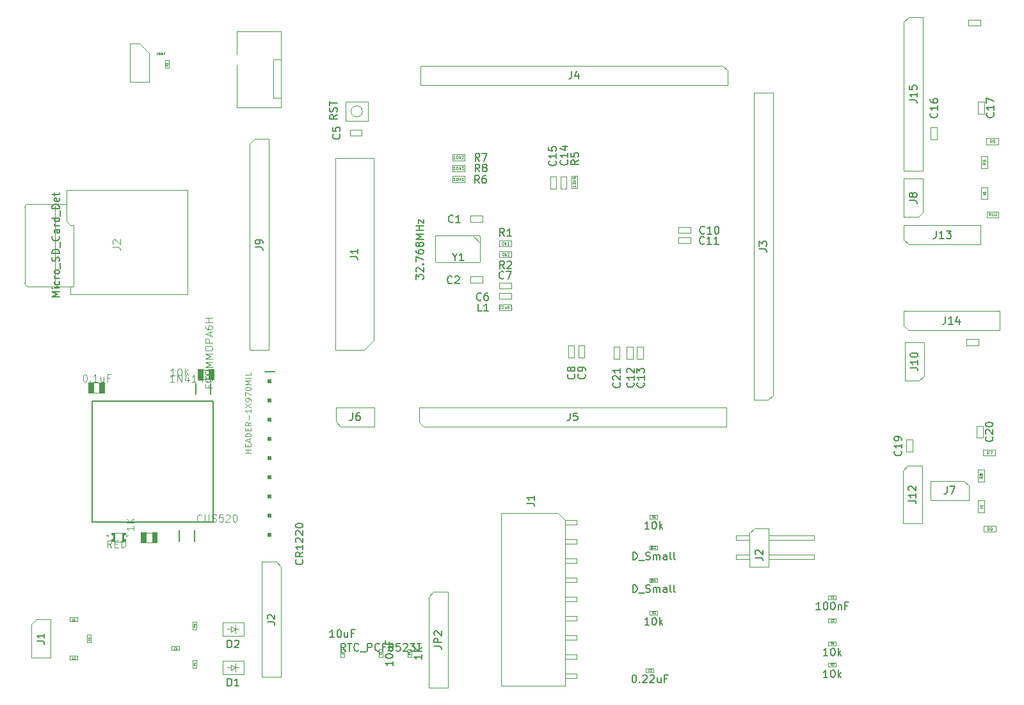
<source format=gbr>
G04 #@! TF.GenerationSoftware,KiCad,Pcbnew,5.0.1-33cea8e~68~ubuntu16.04.1*
G04 #@! TF.CreationDate,2018-10-22T20:49:09-07:00*
G04 #@! TF.ProjectId,STM32,53544D33322E6B696361645F70636200,rev?*
G04 #@! TF.SameCoordinates,Original*
G04 #@! TF.FileFunction,Other,Fab,Top*
%FSLAX46Y46*%
G04 Gerber Fmt 4.6, Leading zero omitted, Abs format (unit mm)*
G04 Created by KiCad (PCBNEW 5.0.1-33cea8e~68~ubuntu16.04.1) date Mon 22 Oct 2018 08:49:09 PM PDT*
%MOMM*%
%LPD*%
G01*
G04 APERTURE LIST*
%ADD10C,0.100000*%
%ADD11C,0.203200*%
%ADD12C,0.127000*%
%ADD13C,0.076200*%
%ADD14C,0.101600*%
%ADD15C,0.150000*%
%ADD16C,0.075000*%
%ADD17C,0.062500*%
%ADD18C,0.040000*%
%ADD19C,0.077216*%
%ADD20C,0.020320*%
%ADD21C,0.061772*%
%ADD22C,0.096520*%
G04 APERTURE END LIST*
D10*
G04 #@! TO.C,J2*
X82030440Y-68116760D02*
X81530440Y-67616760D01*
X82480440Y-68116760D02*
X82030440Y-68116760D01*
X82030440Y-77266760D02*
X82030440Y-76266760D01*
X81530440Y-63416760D02*
X81530440Y-67616760D01*
X80030440Y-75766760D02*
G75*
G03X80530440Y-76266760I500000J0D01*
G01*
X80530440Y-65266760D02*
G75*
G03X80030440Y-65766760I0J-500000D01*
G01*
X80030440Y-65766760D02*
X80030440Y-75766760D01*
X82480440Y-68116760D02*
X82480440Y-76266760D01*
X81530440Y-63416760D02*
X97580440Y-63416760D01*
X82030440Y-77266760D02*
X97580440Y-77266760D01*
X97580440Y-63416760D02*
X97580440Y-77266760D01*
X76030440Y-65766760D02*
X76030440Y-75766760D01*
X76030440Y-75766760D02*
G75*
G03X76530440Y-76266760I500000J0D01*
G01*
X76530440Y-65266760D02*
G75*
G03X76030440Y-65766760I0J-500000D01*
G01*
X76530440Y-76266760D02*
X82480440Y-76266760D01*
X81530440Y-65266760D02*
X76530440Y-65266760D01*
G04 #@! TO.C,0k1*
X140423800Y-70125640D02*
X140423800Y-70925640D01*
X138823800Y-70125640D02*
X140423800Y-70125640D01*
X138823800Y-70925640D02*
X138823800Y-70125640D01*
X140423800Y-70925640D02*
X138823800Y-70925640D01*
G04 #@! TO.C,0k2*
X140433960Y-71553120D02*
X140433960Y-72353120D01*
X138833960Y-71553120D02*
X140433960Y-71553120D01*
X138833960Y-72353120D02*
X138833960Y-71553120D01*
X140433960Y-72353120D02*
X138833960Y-72353120D01*
G04 #@! TO.C,1uF1*
X138798400Y-77859840D02*
X138798400Y-77059840D01*
X140398400Y-77859840D02*
X138798400Y-77859840D01*
X140398400Y-77059840D02*
X140398400Y-77859840D01*
X138798400Y-77059840D02*
X140398400Y-77059840D01*
G04 #@! TO.C,1uF2*
X146904760Y-61699240D02*
X147704760Y-61699240D01*
X146904760Y-63299240D02*
X146904760Y-61699240D01*
X147704760Y-63299240D02*
X146904760Y-63299240D01*
X147704760Y-61699240D02*
X147704760Y-63299240D01*
G04 #@! TO.C,1uF3*
X148736000Y-85620800D02*
X147936000Y-85620800D01*
X148736000Y-84020800D02*
X148736000Y-85620800D01*
X147936000Y-84020800D02*
X148736000Y-84020800D01*
X147936000Y-85620800D02*
X147936000Y-84020800D01*
G04 #@! TO.C,1uF4*
X156477920Y-85803640D02*
X155677920Y-85803640D01*
X156477920Y-84203640D02*
X156477920Y-85803640D01*
X155677920Y-84203640D02*
X156477920Y-84203640D01*
X155677920Y-85803640D02*
X155677920Y-84203640D01*
G04 #@! TO.C,1uF5*
X164106760Y-68317160D02*
X164106760Y-69117160D01*
X162506760Y-68317160D02*
X164106760Y-68317160D01*
X162506760Y-69117160D02*
X162506760Y-68317160D01*
X164106760Y-69117160D02*
X162506760Y-69117160D01*
G04 #@! TO.C,4.7uF1*
X154740560Y-85808760D02*
X153940560Y-85808760D01*
X154740560Y-84208760D02*
X154740560Y-85808760D01*
X153940560Y-84208760D02*
X154740560Y-84208760D01*
X153940560Y-85808760D02*
X153940560Y-84208760D01*
G04 #@! TO.C,10k1*
X134185560Y-61616640D02*
X134185560Y-62416640D01*
X132585560Y-61616640D02*
X134185560Y-61616640D01*
X132585560Y-62416640D02*
X132585560Y-61616640D01*
X134185560Y-62416640D02*
X132585560Y-62416640D01*
G04 #@! TO.C,10k2*
X134185560Y-58715960D02*
X134185560Y-59515960D01*
X132585560Y-58715960D02*
X134185560Y-58715960D01*
X132585560Y-59515960D02*
X132585560Y-58715960D01*
X134185560Y-59515960D02*
X132585560Y-59515960D01*
G04 #@! TO.C,10k3*
X134185560Y-60158680D02*
X134185560Y-60958680D01*
X132585560Y-60158680D02*
X134185560Y-60158680D01*
X132585560Y-60958680D02*
X132585560Y-60158680D01*
X134185560Y-60958680D02*
X132585560Y-60958680D01*
G04 #@! TO.C,10k4*
X149122080Y-63149200D02*
X148322080Y-63149200D01*
X149122080Y-61549200D02*
X149122080Y-63149200D01*
X148322080Y-61549200D02*
X149122080Y-61549200D01*
X148322080Y-63149200D02*
X148322080Y-61549200D01*
G04 #@! TO.C,10nF1*
X138800940Y-76516180D02*
X138800940Y-75716180D01*
X140400940Y-76516180D02*
X138800940Y-76516180D01*
X140400940Y-75716180D02*
X140400940Y-76516180D01*
X138800940Y-75716180D02*
X140400940Y-75716180D01*
G04 #@! TO.C,22uH1*
X140418720Y-78558440D02*
X140418720Y-79358440D01*
X138818720Y-78558440D02*
X140418720Y-78558440D01*
X138818720Y-79358440D02*
X138818720Y-78558440D01*
X140418720Y-79358440D02*
X138818720Y-79358440D01*
G04 #@! TO.C,100nF1*
X120627000Y-55464760D02*
X120627000Y-56264760D01*
X119027000Y-55464760D02*
X120627000Y-55464760D01*
X119027000Y-56264760D02*
X119027000Y-55464760D01*
X120627000Y-56264760D02*
X119027000Y-56264760D01*
G04 #@! TO.C,100nF2*
X145548400Y-61699240D02*
X146348400Y-61699240D01*
X145548400Y-63299240D02*
X145548400Y-61699240D01*
X146348400Y-63299240D02*
X145548400Y-63299240D01*
X146348400Y-61699240D02*
X146348400Y-63299240D01*
G04 #@! TO.C,100nF3*
X150087280Y-85620800D02*
X149287280Y-85620800D01*
X150087280Y-84020800D02*
X150087280Y-85620800D01*
X149287280Y-84020800D02*
X150087280Y-84020800D01*
X149287280Y-85620800D02*
X149287280Y-84020800D01*
G04 #@! TO.C,100nF4*
X157803800Y-85803600D02*
X157003800Y-85803600D01*
X157803800Y-84203600D02*
X157803800Y-85803600D01*
X157003800Y-84203600D02*
X157803800Y-84203600D01*
X157003800Y-85803600D02*
X157003800Y-84203600D01*
G04 #@! TO.C,100nF5*
X164101680Y-69678600D02*
X164101680Y-70478600D01*
X162501680Y-69678600D02*
X164101680Y-69678600D01*
X162501680Y-70478600D02*
X162501680Y-69678600D01*
X164101680Y-70478600D02*
X162501680Y-70478600D01*
G04 #@! TO.C,C1*
X136563000Y-66838880D02*
X136563000Y-67638880D01*
X134963000Y-66838880D02*
X136563000Y-66838880D01*
X134963000Y-67638880D02*
X134963000Y-66838880D01*
X136563000Y-67638880D02*
X134963000Y-67638880D01*
G04 #@! TO.C,C2*
X136557920Y-74911000D02*
X136557920Y-75711000D01*
X134957920Y-74911000D02*
X136557920Y-74911000D01*
X134957920Y-75711000D02*
X134957920Y-74911000D01*
X136557920Y-75711000D02*
X134957920Y-75711000D01*
G04 #@! TO.C,J1*
X120904000Y-84632800D02*
X117094000Y-84632800D01*
X117094000Y-84632800D02*
X117094000Y-59232800D01*
X117094000Y-59232800D02*
X122174000Y-59232800D01*
X122174000Y-59232800D02*
X122174000Y-83362800D01*
X122174000Y-83362800D02*
X120904000Y-84632800D01*
G04 #@! TO.C,J3*
X174365920Y-91221560D02*
X172460920Y-91221560D01*
X172460920Y-91221560D02*
X172460920Y-50581560D01*
X172460920Y-50581560D02*
X175000920Y-50581560D01*
X175000920Y-50581560D02*
X175000920Y-90586560D01*
X175000920Y-90586560D02*
X174365920Y-91221560D01*
G04 #@! TO.C,J4*
X169016680Y-47645320D02*
X169016680Y-49550320D01*
X169016680Y-49550320D02*
X128376680Y-49550320D01*
X128376680Y-49550320D02*
X128376680Y-47010320D01*
X128376680Y-47010320D02*
X168381680Y-47010320D01*
X168381680Y-47010320D02*
X169016680Y-47645320D01*
G04 #@! TO.C,J5*
X128183640Y-94137480D02*
X128183640Y-92232480D01*
X128183640Y-92232480D02*
X168823640Y-92232480D01*
X168823640Y-92232480D02*
X168823640Y-94772480D01*
X168823640Y-94772480D02*
X128818640Y-94772480D01*
X128818640Y-94772480D02*
X128183640Y-94137480D01*
G04 #@! TO.C,J6*
X117195600Y-94122240D02*
X117195600Y-92217240D01*
X117195600Y-92217240D02*
X122275600Y-92217240D01*
X122275600Y-92217240D02*
X122275600Y-94757240D01*
X122275600Y-94757240D02*
X117830600Y-94757240D01*
X117830600Y-94757240D02*
X117195600Y-94122240D01*
G04 #@! TO.C,J9*
X106436480Y-56699400D02*
X108341480Y-56699400D01*
X108341480Y-56699400D02*
X108341480Y-84639400D01*
X108341480Y-84639400D02*
X105801480Y-84639400D01*
X105801480Y-84639400D02*
X105801480Y-57334400D01*
X105801480Y-57334400D02*
X106436480Y-56699400D01*
G04 #@! TO.C,SW1*
X118448960Y-51780120D02*
X121448960Y-51780120D01*
X121448960Y-51780120D02*
X121448960Y-54280120D01*
X121448960Y-54280120D02*
X118448960Y-54280120D01*
X118448960Y-54280120D02*
X118448960Y-51780120D01*
X120698960Y-53030120D02*
G75*
G03X120698960Y-53030120I-750000J0D01*
G01*
G04 #@! TO.C,Y1*
X136194120Y-72986840D02*
X130394120Y-72986840D01*
X130394120Y-72986840D02*
X130294120Y-72886840D01*
X130294120Y-72886840D02*
X130294120Y-69586840D01*
X130294120Y-69586840D02*
X130394120Y-69486840D01*
X130394120Y-69486840D02*
X136194120Y-69486840D01*
X136194120Y-69486840D02*
X136294120Y-69586840D01*
X136294120Y-69586840D02*
X136294120Y-72886840D01*
X136294120Y-72886840D02*
X136194120Y-72986840D01*
X136294120Y-70486840D02*
X135294120Y-69486840D01*
G04 #@! TO.C,C16*
X196675000Y-56725000D02*
X195875000Y-56725000D01*
X196675000Y-55125000D02*
X196675000Y-56725000D01*
X195875000Y-55125000D02*
X196675000Y-55125000D01*
X195875000Y-56725000D02*
X195875000Y-55125000D01*
G04 #@! TO.C,C17*
X202150000Y-51775000D02*
X202950000Y-51775000D01*
X202150000Y-53375000D02*
X202150000Y-51775000D01*
X202950000Y-53375000D02*
X202150000Y-53375000D01*
X202950000Y-51775000D02*
X202950000Y-53375000D01*
G04 #@! TO.C,C18*
X202475000Y-40900000D02*
X202475000Y-41700000D01*
X200875000Y-40900000D02*
X202475000Y-40900000D01*
X200875000Y-41700000D02*
X200875000Y-40900000D01*
X202475000Y-41700000D02*
X200875000Y-41700000D01*
G04 #@! TO.C,C19*
X193459080Y-98047980D02*
X192659080Y-98047980D01*
X193459080Y-96447980D02*
X193459080Y-98047980D01*
X192659080Y-96447980D02*
X193459080Y-96447980D01*
X192659080Y-98047980D02*
X192659080Y-96447980D01*
G04 #@! TO.C,C20*
X201996120Y-94642080D02*
X202796120Y-94642080D01*
X201996120Y-96242080D02*
X201996120Y-94642080D01*
X202796120Y-96242080D02*
X201996120Y-96242080D01*
X202796120Y-94642080D02*
X202796120Y-96242080D01*
G04 #@! TO.C,C21*
X202215720Y-83203100D02*
X202215720Y-84003100D01*
X200615720Y-83203100D02*
X202215720Y-83203100D01*
X200615720Y-84003100D02*
X200615720Y-83203100D01*
X202215720Y-84003100D02*
X200615720Y-84003100D01*
G04 #@! TO.C,J10*
X194357020Y-88672940D02*
X192452020Y-88672940D01*
X192452020Y-88672940D02*
X192452020Y-83592940D01*
X192452020Y-83592940D02*
X194992020Y-83592940D01*
X194992020Y-83592940D02*
X194992020Y-88037940D01*
X194992020Y-88037940D02*
X194357020Y-88672940D01*
G04 #@! TO.C,R5*
X204850000Y-56600000D02*
X204850000Y-57400000D01*
X203250000Y-56600000D02*
X204850000Y-56600000D01*
X203250000Y-57400000D02*
X203250000Y-56600000D01*
X204850000Y-57400000D02*
X203250000Y-57400000D01*
G04 #@! TO.C,R6*
X202552260Y-58947680D02*
X203352260Y-58947680D01*
X202552260Y-60547680D02*
X202552260Y-58947680D01*
X203352260Y-60547680D02*
X202552260Y-60547680D01*
X203352260Y-58947680D02*
X203352260Y-60547680D01*
G04 #@! TO.C,R7*
X204427840Y-97813180D02*
X204427840Y-98613180D01*
X202827840Y-97813180D02*
X204427840Y-97813180D01*
X202827840Y-98613180D02*
X202827840Y-97813180D01*
X204427840Y-98613180D02*
X202827840Y-98613180D01*
G04 #@! TO.C,R8*
X202158680Y-100440860D02*
X202958680Y-100440860D01*
X202158680Y-102040860D02*
X202158680Y-100440860D01*
X202958680Y-102040860D02*
X202158680Y-102040860D01*
X202958680Y-100440860D02*
X202958680Y-102040860D01*
G04 #@! TO.C,J7*
X200933080Y-102581980D02*
X200933080Y-104486980D01*
X200933080Y-104486980D02*
X195853080Y-104486980D01*
X195853080Y-104486980D02*
X195853080Y-101946980D01*
X195853080Y-101946980D02*
X200298080Y-101946980D01*
X200298080Y-101946980D02*
X200933080Y-102581980D01*
G04 #@! TO.C,J8*
X194235000Y-67020000D02*
X192330000Y-67020000D01*
X192330000Y-67020000D02*
X192330000Y-61940000D01*
X192330000Y-61940000D02*
X194870000Y-61940000D01*
X194870000Y-61940000D02*
X194870000Y-66385000D01*
X194870000Y-66385000D02*
X194235000Y-67020000D01*
G04 #@! TO.C,D4*
X202363760Y-105525180D02*
X202763760Y-105525180D01*
X202563760Y-105475180D02*
X202363760Y-105175180D01*
X202763760Y-105175180D02*
X202563760Y-105475180D01*
X202363760Y-105175180D02*
X202763760Y-105175180D01*
X202963760Y-104525180D02*
X202963760Y-106125180D01*
X202163760Y-104525180D02*
X202963760Y-104525180D01*
X202163760Y-106125180D02*
X202163760Y-104525180D01*
X202163760Y-106125180D02*
X202963760Y-106125180D01*
G04 #@! TO.C,D5*
X202764960Y-64060120D02*
X203164960Y-64060120D01*
X202964960Y-64010120D02*
X202764960Y-63710120D01*
X203164960Y-63710120D02*
X202964960Y-64010120D01*
X202764960Y-63710120D02*
X203164960Y-63710120D01*
X203364960Y-63060120D02*
X203364960Y-64660120D01*
X202564960Y-63060120D02*
X203364960Y-63060120D01*
X202564960Y-64660120D02*
X202564960Y-63060120D01*
X202564960Y-64660120D02*
X203364960Y-64660120D01*
G04 #@! TO.C,R9*
X204461040Y-107886820D02*
X204461040Y-108686820D01*
X202861040Y-107886820D02*
X204461040Y-107886820D01*
X202861040Y-108686820D02*
X202861040Y-107886820D01*
X204461040Y-108686820D02*
X202861040Y-108686820D01*
G04 #@! TO.C,R10*
X204867500Y-66284600D02*
X204867500Y-67084600D01*
X203267500Y-66284600D02*
X204867500Y-66284600D01*
X203267500Y-67084600D02*
X203267500Y-66284600D01*
X204867500Y-67084600D02*
X203267500Y-67084600D01*
G04 #@! TO.C,J13*
X192330000Y-70035000D02*
X192330000Y-68130000D01*
X192330000Y-68130000D02*
X202490000Y-68130000D01*
X202490000Y-68130000D02*
X202490000Y-70670000D01*
X202490000Y-70670000D02*
X192965000Y-70670000D01*
X192965000Y-70670000D02*
X192330000Y-70035000D01*
G04 #@! TO.C,J14*
X192279300Y-81362820D02*
X192279300Y-79457820D01*
X192279300Y-79457820D02*
X204979300Y-79457820D01*
X204979300Y-79457820D02*
X204979300Y-81997820D01*
X204979300Y-81997820D02*
X192914300Y-81997820D01*
X192914300Y-81997820D02*
X192279300Y-81362820D01*
G04 #@! TO.C,J12*
X192840640Y-99937840D02*
X194745640Y-99937840D01*
X194745640Y-99937840D02*
X194745640Y-107557840D01*
X194745640Y-107557840D02*
X192205640Y-107557840D01*
X192205640Y-107557840D02*
X192205640Y-100572840D01*
X192205640Y-100572840D02*
X192840640Y-99937840D01*
G04 #@! TO.C,J15*
X192965000Y-40570000D02*
X194870000Y-40570000D01*
X194870000Y-40570000D02*
X194870000Y-60890000D01*
X194870000Y-60890000D02*
X192330000Y-60890000D01*
X192330000Y-60890000D02*
X192330000Y-41205000D01*
X192330000Y-41205000D02*
X192965000Y-40570000D01*
G04 #@! TO.C,*
X109914900Y-46174240D02*
X108914900Y-46174240D01*
X108914900Y-46174240D02*
X108914900Y-51274240D01*
X108914900Y-51274240D02*
X109914900Y-51274240D01*
X104114900Y-45524240D02*
X104114900Y-42424240D01*
X104114900Y-42424240D02*
X109914900Y-42424240D01*
X109914900Y-42424240D02*
X109914900Y-52474240D01*
X109914900Y-52474240D02*
X109914900Y-52524240D01*
X109914900Y-52524240D02*
X104114900Y-52524240D01*
X104114900Y-52524240D02*
X104114900Y-46874240D01*
G04 #@! TO.C,C1*
X94584900Y-46279240D02*
X95084900Y-46279240D01*
X95084900Y-46279240D02*
X95084900Y-47279240D01*
X95084900Y-47279240D02*
X94584900Y-47279240D01*
X94584900Y-47279240D02*
X94584900Y-46279240D01*
G04 #@! TO.C,*
X92484900Y-45314240D02*
X92484900Y-49124240D01*
X92484900Y-49124240D02*
X89944900Y-49124240D01*
X89944900Y-49124240D02*
X89944900Y-44044240D01*
X89944900Y-44044240D02*
X91214900Y-44044240D01*
X91214900Y-44044240D02*
X92484900Y-45314240D01*
G04 #@! TO.C,JP2*
X129455080Y-117259560D02*
X130090080Y-116624560D01*
X129455080Y-129324560D02*
X129455080Y-117259560D01*
X131995080Y-129324560D02*
X129455080Y-129324560D01*
X131995080Y-116624560D02*
X131995080Y-129324560D01*
X130090080Y-116624560D02*
X131995080Y-116624560D01*
G04 #@! TO.C,C1*
X118275080Y-124229560D02*
X118275080Y-125229560D01*
X117775080Y-124229560D02*
X118275080Y-124229560D01*
X117775080Y-125229560D02*
X117775080Y-124229560D01*
X118275080Y-125229560D02*
X117775080Y-125229560D01*
G04 #@! TO.C,C2*
X123355080Y-125229560D02*
X122855080Y-125229560D01*
X122855080Y-125229560D02*
X122855080Y-124229560D01*
X122855080Y-124229560D02*
X123355080Y-124229560D01*
X123355080Y-124229560D02*
X123355080Y-125229560D01*
G04 #@! TO.C,R3*
X127165080Y-124229560D02*
X127165080Y-125229560D01*
X126665080Y-124229560D02*
X127165080Y-124229560D01*
X126665080Y-125229560D02*
X126665080Y-124229560D01*
X127165080Y-125229560D02*
X126665080Y-125229560D01*
G04 #@! TO.C,J2*
X172543300Y-108204160D02*
X174448300Y-108204160D01*
X174448300Y-108204160D02*
X174448300Y-113284160D01*
X174448300Y-113284160D02*
X171908300Y-113284160D01*
X171908300Y-113284160D02*
X171908300Y-108839160D01*
X171908300Y-108839160D02*
X172543300Y-108204160D01*
X170088300Y-109154160D02*
X171908300Y-109154160D01*
X170088300Y-109154160D02*
X170088300Y-109794160D01*
X170088300Y-109794160D02*
X171908300Y-109794160D01*
X174448300Y-109154160D02*
X180448300Y-109154160D01*
X180448300Y-109154160D02*
X180448300Y-109794160D01*
X174448300Y-109794160D02*
X180448300Y-109794160D01*
X170088300Y-111694160D02*
X171908300Y-111694160D01*
X170088300Y-111694160D02*
X170088300Y-112334160D01*
X170088300Y-112334160D02*
X171908300Y-112334160D01*
X174448300Y-111694160D02*
X180448300Y-111694160D01*
X180448300Y-111694160D02*
X180448300Y-112334160D01*
X174448300Y-112334160D02*
X180448300Y-112334160D01*
G04 #@! TO.C,C1*
X182354300Y-117598160D02*
X182354300Y-117098160D01*
X182354300Y-117098160D02*
X183354300Y-117098160D01*
X183354300Y-117098160D02*
X183354300Y-117598160D01*
X183354300Y-117598160D02*
X182354300Y-117598160D01*
G04 #@! TO.C,C2*
X183354300Y-120646160D02*
X182354300Y-120646160D01*
X183354300Y-120146160D02*
X183354300Y-120646160D01*
X182354300Y-120146160D02*
X183354300Y-120146160D01*
X182354300Y-120646160D02*
X182354300Y-120146160D01*
G04 #@! TO.C,C3*
X158224300Y-127250160D02*
X158224300Y-126750160D01*
X158224300Y-126750160D02*
X159224300Y-126750160D01*
X159224300Y-126750160D02*
X159224300Y-127250160D01*
X159224300Y-127250160D02*
X158224300Y-127250160D01*
G04 #@! TO.C,D1*
X158732300Y-115312160D02*
X158732300Y-114812160D01*
X158732300Y-114812160D02*
X159732300Y-114812160D01*
X159732300Y-114812160D02*
X159732300Y-115312160D01*
X159732300Y-115312160D02*
X158732300Y-115312160D01*
X158832300Y-115312160D02*
X158832300Y-114812160D01*
X158932300Y-115312160D02*
X158932300Y-114812160D01*
G04 #@! TO.C,D2*
X158932300Y-110994160D02*
X158932300Y-110494160D01*
X158832300Y-110994160D02*
X158832300Y-110494160D01*
X159732300Y-110994160D02*
X158732300Y-110994160D01*
X159732300Y-110494160D02*
X159732300Y-110994160D01*
X158732300Y-110494160D02*
X159732300Y-110494160D01*
X158732300Y-110994160D02*
X158732300Y-110494160D01*
G04 #@! TO.C,J1*
X139043301Y-106169161D02*
X146583301Y-106169161D01*
X146583301Y-106169161D02*
X147553301Y-107139161D01*
X147553301Y-107139161D02*
X147553301Y-129029161D01*
X147553301Y-129029161D02*
X139043301Y-129029161D01*
X139043301Y-129029161D02*
X139043301Y-106169161D01*
X149073301Y-107139161D02*
X147553301Y-107139161D01*
X147553301Y-107739161D02*
X149073301Y-107739161D01*
X149073301Y-107739161D02*
X149073301Y-107139161D01*
X149073301Y-109679161D02*
X147553301Y-109679161D01*
X147553301Y-110279161D02*
X149073301Y-110279161D01*
X149073301Y-110279161D02*
X149073301Y-109679161D01*
X149073301Y-112219161D02*
X147553301Y-112219161D01*
X147553301Y-112819161D02*
X149073301Y-112819161D01*
X149073301Y-112819161D02*
X149073301Y-112219161D01*
X149073301Y-114759161D02*
X147553301Y-114759161D01*
X147553301Y-115359161D02*
X149073301Y-115359161D01*
X149073301Y-115359161D02*
X149073301Y-114759161D01*
X149073301Y-117299161D02*
X147553301Y-117299161D01*
X147553301Y-117899161D02*
X149073301Y-117899161D01*
X149073301Y-117899161D02*
X149073301Y-117299161D01*
X149073301Y-119839161D02*
X147553301Y-119839161D01*
X147553301Y-120439161D02*
X149073301Y-120439161D01*
X149073301Y-120439161D02*
X149073301Y-119839161D01*
X149073301Y-122379161D02*
X147553301Y-122379161D01*
X147553301Y-122979161D02*
X149073301Y-122979161D01*
X149073301Y-122979161D02*
X149073301Y-122379161D01*
X149073301Y-124919161D02*
X147553301Y-124919161D01*
X147553301Y-125519161D02*
X149073301Y-125519161D01*
X149073301Y-125519161D02*
X149073301Y-124919161D01*
X149073301Y-127459161D02*
X147553301Y-127459161D01*
X147553301Y-128059161D02*
X149073301Y-128059161D01*
X149073301Y-128059161D02*
X149073301Y-127459161D01*
G04 #@! TO.C,R1*
X158732300Y-106930160D02*
X158732300Y-106430160D01*
X158732300Y-106430160D02*
X159732300Y-106430160D01*
X159732300Y-106430160D02*
X159732300Y-106930160D01*
X159732300Y-106930160D02*
X158732300Y-106930160D01*
G04 #@! TO.C,R2*
X182354300Y-126488160D02*
X182354300Y-125988160D01*
X182354300Y-125988160D02*
X183354300Y-125988160D01*
X183354300Y-125988160D02*
X183354300Y-126488160D01*
X183354300Y-126488160D02*
X182354300Y-126488160D01*
G04 #@! TO.C,R3*
X159732300Y-119630160D02*
X158732300Y-119630160D01*
X159732300Y-119130160D02*
X159732300Y-119630160D01*
X158732300Y-119130160D02*
X159732300Y-119130160D01*
X158732300Y-119630160D02*
X158732300Y-119130160D01*
G04 #@! TO.C,R4*
X183354300Y-123694160D02*
X182354300Y-123694160D01*
X183354300Y-123194160D02*
X183354300Y-123694160D01*
X182354300Y-123194160D02*
X183354300Y-123194160D01*
X182354300Y-123694160D02*
X182354300Y-123194160D01*
G04 #@! TO.C,C1*
X84282480Y-122324880D02*
X84782480Y-122324880D01*
X84782480Y-122324880D02*
X84782480Y-123324880D01*
X84782480Y-123324880D02*
X84282480Y-123324880D01*
X84282480Y-123324880D02*
X84282480Y-122324880D01*
G04 #@! TO.C,C2*
X96462480Y-124344880D02*
X95462480Y-124344880D01*
X96462480Y-123844880D02*
X96462480Y-124344880D01*
X95462480Y-123844880D02*
X96462480Y-123844880D01*
X95462480Y-124344880D02*
X95462480Y-123844880D01*
G04 #@! TO.C,J1*
X77547480Y-120284880D02*
X79452480Y-120284880D01*
X79452480Y-120284880D02*
X79452480Y-125364880D01*
X79452480Y-125364880D02*
X76912480Y-125364880D01*
X76912480Y-125364880D02*
X76912480Y-120919880D01*
X76912480Y-120919880D02*
X77547480Y-120284880D01*
G04 #@! TO.C,J2*
X107392480Y-112664880D02*
X109297480Y-112664880D01*
X109297480Y-112664880D02*
X109932480Y-113299880D01*
X109932480Y-113299880D02*
X109932480Y-127904880D01*
X109932480Y-127904880D02*
X107392480Y-127904880D01*
X107392480Y-127904880D02*
X107392480Y-112664880D01*
G04 #@! TO.C,L1*
X82977480Y-120034880D02*
X82977480Y-120534880D01*
X82977480Y-120534880D02*
X81977480Y-120534880D01*
X81977480Y-120534880D02*
X81977480Y-120034880D01*
X81977480Y-120034880D02*
X82977480Y-120034880D01*
G04 #@! TO.C,L2*
X81977480Y-125114880D02*
X82977480Y-125114880D01*
X81977480Y-125614880D02*
X81977480Y-125114880D01*
X82977480Y-125614880D02*
X81977480Y-125614880D01*
X82977480Y-125114880D02*
X82977480Y-125614880D01*
G04 #@! TO.C,R1*
X98252480Y-125649880D02*
X98752480Y-125649880D01*
X98752480Y-125649880D02*
X98752480Y-126649880D01*
X98752480Y-126649880D02*
X98252480Y-126649880D01*
X98252480Y-126649880D02*
X98252480Y-125649880D01*
G04 #@! TO.C,R2*
X98252480Y-121569880D02*
X98252480Y-120569880D01*
X98752480Y-121569880D02*
X98252480Y-121569880D01*
X98752480Y-120569880D02*
X98752480Y-121569880D01*
X98252480Y-120569880D02*
X98752480Y-120569880D01*
G04 #@! TO.C,D1*
X104982480Y-127534880D02*
X102182480Y-127534880D01*
X102182480Y-127534880D02*
X102182480Y-125734880D01*
X102182480Y-125734880D02*
X104982480Y-125734880D01*
X104982480Y-125734880D02*
X104982480Y-127534880D01*
X104332480Y-126634880D02*
X103932480Y-126634880D01*
X103932480Y-126634880D02*
X103932480Y-127184880D01*
X103932480Y-126634880D02*
X103932480Y-126084880D01*
X103932480Y-126634880D02*
X103332480Y-127034880D01*
X103332480Y-127034880D02*
X103332480Y-126234880D01*
X103332480Y-126234880D02*
X103932480Y-126634880D01*
X103332480Y-126634880D02*
X102832480Y-126634880D01*
G04 #@! TO.C,D2*
X103332480Y-121554880D02*
X102832480Y-121554880D01*
X103332480Y-121154880D02*
X103932480Y-121554880D01*
X103332480Y-121954880D02*
X103332480Y-121154880D01*
X103932480Y-121554880D02*
X103332480Y-121954880D01*
X103932480Y-121554880D02*
X103932480Y-121004880D01*
X103932480Y-121554880D02*
X103932480Y-122104880D01*
X104332480Y-121554880D02*
X103932480Y-121554880D01*
X104982480Y-120654880D02*
X104982480Y-122454880D01*
X102182480Y-120654880D02*
X104982480Y-120654880D01*
X102182480Y-122454880D02*
X102182480Y-120654880D01*
X104982480Y-122454880D02*
X102182480Y-122454880D01*
D11*
G04 #@! TO.C,U1*
X100906259Y-91401092D02*
X100906259Y-107401092D01*
X84906259Y-91401092D02*
X100906259Y-91401092D01*
D12*
X84906259Y-107401092D02*
X84906259Y-91401092D01*
D11*
X100906259Y-107401092D02*
X84906259Y-107401092D01*
D10*
G04 #@! TO.C,LED1*
G36*
X89386259Y-108785092D02*
X89386259Y-109110092D01*
X89461259Y-109110092D01*
X89461259Y-108785092D01*
X89386259Y-108785092D01*
G37*
G36*
X88961259Y-108810092D02*
X88961259Y-109110092D01*
X89223259Y-109110092D01*
X89223259Y-108810092D01*
X88961259Y-108810092D01*
G37*
G36*
X87786259Y-109210092D02*
X87786259Y-109610092D01*
X87961259Y-109610092D01*
X87961259Y-109210092D01*
X87786259Y-109210092D01*
G37*
G36*
X87711259Y-109085092D02*
X87711259Y-109235092D01*
X87961259Y-109235092D01*
X87961259Y-109085092D01*
X87711259Y-109085092D01*
G37*
G36*
X87711259Y-109585092D02*
X87711259Y-109735092D01*
X87961259Y-109735092D01*
X87961259Y-109585092D01*
X87711259Y-109585092D01*
G37*
G36*
X87461259Y-108785092D02*
X87461259Y-109110092D01*
X87961259Y-109110092D01*
X87961259Y-108785092D01*
X87461259Y-108785092D01*
G37*
G36*
X87461259Y-109710092D02*
X87461259Y-110035092D01*
X87961259Y-110035092D01*
X87961259Y-109710092D01*
X87461259Y-109710092D01*
G37*
G36*
X88961259Y-109210092D02*
X88961259Y-109610092D01*
X89136259Y-109610092D01*
X89136259Y-109210092D01*
X88961259Y-109210092D01*
G37*
G36*
X88961259Y-109585092D02*
X88961259Y-109735092D01*
X89211259Y-109735092D01*
X89211259Y-109585092D01*
X88961259Y-109585092D01*
G37*
G36*
X88961259Y-109085092D02*
X88961259Y-109235092D01*
X89211259Y-109235092D01*
X89211259Y-109085092D01*
X88961259Y-109085092D01*
G37*
G36*
X88961259Y-109710092D02*
X88961259Y-110035092D01*
X89461259Y-110035092D01*
X89461259Y-109710092D01*
X88961259Y-109710092D01*
G37*
D13*
X89414259Y-108960092D02*
G75*
G03X89414259Y-108960092I-103000J0D01*
G01*
D14*
X87961259Y-108835092D02*
X89386259Y-108835092D01*
X88986259Y-109985092D02*
X87936259Y-109985092D01*
X87536261Y-109760092D02*
G75*
G03X87536259Y-109060092I-54201J350000D01*
G01*
X89386257Y-109760092D02*
G75*
G02X89386259Y-109060092I54201J350000D01*
G01*
D10*
G04 #@! TO.C,R1*
G36*
X92169659Y-108734192D02*
X91419559Y-108734192D01*
X91419559Y-110184292D01*
X92169659Y-110184292D01*
X92169659Y-108734192D01*
G37*
G36*
X93617459Y-108734192D02*
X92867359Y-108734192D01*
X92867359Y-110184292D01*
X93617459Y-110184292D01*
X93617459Y-108734192D01*
G37*
D14*
X92881259Y-108798092D02*
X92144259Y-108798092D01*
X92906259Y-110118092D02*
X92144259Y-110118092D01*
D10*
G04 #@! TO.C,C1*
G36*
X85160659Y-88898192D02*
X84410559Y-88898192D01*
X84410559Y-90348292D01*
X85160659Y-90348292D01*
X85160659Y-88898192D01*
G37*
G36*
X86608459Y-88898192D02*
X85858359Y-88898192D01*
X85858359Y-90348292D01*
X86608459Y-90348292D01*
X86608459Y-88898192D01*
G37*
D14*
X85872259Y-88962092D02*
X85135259Y-88962092D01*
X85897259Y-90282092D02*
X85135259Y-90282092D01*
D11*
G04 #@! TO.C,D1*
X100637259Y-89049092D02*
X100637259Y-90449092D01*
X98637259Y-90449092D02*
X98637259Y-89049092D01*
D10*
G04 #@! TO.C,R3*
G36*
X99662659Y-87144192D02*
X98912559Y-87144192D01*
X98912559Y-88594292D01*
X99662659Y-88594292D01*
X99662659Y-87144192D01*
G37*
G36*
X101110459Y-87144192D02*
X100360359Y-87144192D01*
X100360359Y-88594292D01*
X101110459Y-88594292D01*
X101110459Y-87144192D01*
G37*
D14*
X100374259Y-87208092D02*
X99637259Y-87208092D01*
X100399259Y-88528092D02*
X99637259Y-88528092D01*
D10*
G04 #@! TO.C,JP1*
G36*
X108146259Y-108799092D02*
X108146259Y-109307092D01*
X108654259Y-109307092D01*
X108654259Y-108799092D01*
X108146259Y-108799092D01*
G37*
G36*
X108146259Y-88479092D02*
X108146259Y-88987092D01*
X108654259Y-88987092D01*
X108654259Y-88479092D01*
X108146259Y-88479092D01*
G37*
G36*
X108146259Y-91019092D02*
X108146259Y-91527092D01*
X108654259Y-91527092D01*
X108654259Y-91019092D01*
X108146259Y-91019092D01*
G37*
G36*
X108146259Y-93559092D02*
X108146259Y-94067092D01*
X108654259Y-94067092D01*
X108654259Y-93559092D01*
X108146259Y-93559092D01*
G37*
G36*
X108146259Y-96099092D02*
X108146259Y-96607092D01*
X108654259Y-96607092D01*
X108654259Y-96099092D01*
X108146259Y-96099092D01*
G37*
G36*
X108146259Y-98639092D02*
X108146259Y-99147092D01*
X108654259Y-99147092D01*
X108654259Y-98639092D01*
X108146259Y-98639092D01*
G37*
G36*
X108146259Y-101179092D02*
X108146259Y-101687092D01*
X108654259Y-101687092D01*
X108654259Y-101179092D01*
X108146259Y-101179092D01*
G37*
G36*
X108146259Y-103719092D02*
X108146259Y-104227092D01*
X108654259Y-104227092D01*
X108654259Y-103719092D01*
X108146259Y-103719092D01*
G37*
G36*
X108146259Y-106259092D02*
X108146259Y-106767092D01*
X108654259Y-106767092D01*
X108654259Y-106259092D01*
X108146259Y-106259092D01*
G37*
D11*
X109035259Y-87463092D02*
X107765259Y-87463092D01*
G04 #@! TO.C,D2*
X98478259Y-108480092D02*
X98478259Y-109880092D01*
X96478259Y-109880092D02*
X96478259Y-108480092D01*
G04 #@! TD*
G04 #@! TO.C,J2*
D15*
X80632820Y-77576283D02*
X79632820Y-77576283D01*
X80347106Y-77242950D01*
X79632820Y-76909617D01*
X80632820Y-76909617D01*
X80632820Y-76433426D02*
X79966154Y-76433426D01*
X79632820Y-76433426D02*
X79680440Y-76481045D01*
X79728059Y-76433426D01*
X79680440Y-76385807D01*
X79632820Y-76433426D01*
X79728059Y-76433426D01*
X80585201Y-75528664D02*
X80632820Y-75623902D01*
X80632820Y-75814379D01*
X80585201Y-75909617D01*
X80537582Y-75957236D01*
X80442344Y-76004855D01*
X80156630Y-76004855D01*
X80061392Y-75957236D01*
X80013773Y-75909617D01*
X79966154Y-75814379D01*
X79966154Y-75623902D01*
X80013773Y-75528664D01*
X80632820Y-75100093D02*
X79966154Y-75100093D01*
X80156630Y-75100093D02*
X80061392Y-75052474D01*
X80013773Y-75004855D01*
X79966154Y-74909617D01*
X79966154Y-74814379D01*
X80632820Y-74338188D02*
X80585201Y-74433426D01*
X80537582Y-74481045D01*
X80442344Y-74528664D01*
X80156630Y-74528664D01*
X80061392Y-74481045D01*
X80013773Y-74433426D01*
X79966154Y-74338188D01*
X79966154Y-74195331D01*
X80013773Y-74100093D01*
X80061392Y-74052474D01*
X80156630Y-74004855D01*
X80442344Y-74004855D01*
X80537582Y-74052474D01*
X80585201Y-74100093D01*
X80632820Y-74195331D01*
X80632820Y-74338188D01*
X80728059Y-73814379D02*
X80728059Y-73052474D01*
X80585201Y-72861998D02*
X80632820Y-72719140D01*
X80632820Y-72481045D01*
X80585201Y-72385807D01*
X80537582Y-72338188D01*
X80442344Y-72290569D01*
X80347106Y-72290569D01*
X80251868Y-72338188D01*
X80204249Y-72385807D01*
X80156630Y-72481045D01*
X80109011Y-72671521D01*
X80061392Y-72766760D01*
X80013773Y-72814379D01*
X79918535Y-72861998D01*
X79823297Y-72861998D01*
X79728059Y-72814379D01*
X79680440Y-72766760D01*
X79632820Y-72671521D01*
X79632820Y-72433426D01*
X79680440Y-72290569D01*
X80632820Y-71861998D02*
X79632820Y-71861998D01*
X79632820Y-71623902D01*
X79680440Y-71481045D01*
X79775678Y-71385807D01*
X79870916Y-71338188D01*
X80061392Y-71290569D01*
X80204249Y-71290569D01*
X80394725Y-71338188D01*
X80489963Y-71385807D01*
X80585201Y-71481045D01*
X80632820Y-71623902D01*
X80632820Y-71861998D01*
X80728059Y-71100093D02*
X80728059Y-70338188D01*
X80537582Y-69528664D02*
X80585201Y-69576283D01*
X80632820Y-69719140D01*
X80632820Y-69814379D01*
X80585201Y-69957236D01*
X80489963Y-70052474D01*
X80394725Y-70100093D01*
X80204249Y-70147712D01*
X80061392Y-70147712D01*
X79870916Y-70100093D01*
X79775678Y-70052474D01*
X79680440Y-69957236D01*
X79632820Y-69814379D01*
X79632820Y-69719140D01*
X79680440Y-69576283D01*
X79728059Y-69528664D01*
X80632820Y-68671521D02*
X80109011Y-68671521D01*
X80013773Y-68719140D01*
X79966154Y-68814379D01*
X79966154Y-69004855D01*
X80013773Y-69100093D01*
X80585201Y-68671521D02*
X80632820Y-68766760D01*
X80632820Y-69004855D01*
X80585201Y-69100093D01*
X80489963Y-69147712D01*
X80394725Y-69147712D01*
X80299487Y-69100093D01*
X80251868Y-69004855D01*
X80251868Y-68766760D01*
X80204249Y-68671521D01*
X80632820Y-68195331D02*
X79966154Y-68195331D01*
X80156630Y-68195331D02*
X80061392Y-68147712D01*
X80013773Y-68100093D01*
X79966154Y-68004855D01*
X79966154Y-67909617D01*
X80632820Y-67147712D02*
X79632820Y-67147712D01*
X80585201Y-67147712D02*
X80632820Y-67242950D01*
X80632820Y-67433426D01*
X80585201Y-67528664D01*
X80537582Y-67576283D01*
X80442344Y-67623902D01*
X80156630Y-67623902D01*
X80061392Y-67576283D01*
X80013773Y-67528664D01*
X79966154Y-67433426D01*
X79966154Y-67242950D01*
X80013773Y-67147712D01*
X80728059Y-66909617D02*
X80728059Y-66147712D01*
X80632820Y-65909617D02*
X79632820Y-65909617D01*
X79632820Y-65671521D01*
X79680440Y-65528664D01*
X79775678Y-65433426D01*
X79870916Y-65385807D01*
X80061392Y-65338188D01*
X80204249Y-65338188D01*
X80394725Y-65385807D01*
X80489963Y-65433426D01*
X80585201Y-65528664D01*
X80632820Y-65671521D01*
X80632820Y-65909617D01*
X80585201Y-64528664D02*
X80632820Y-64623902D01*
X80632820Y-64814379D01*
X80585201Y-64909617D01*
X80489963Y-64957236D01*
X80109011Y-64957236D01*
X80013773Y-64909617D01*
X79966154Y-64814379D01*
X79966154Y-64623902D01*
X80013773Y-64528664D01*
X80109011Y-64481045D01*
X80204249Y-64481045D01*
X80299487Y-64957236D01*
X79966154Y-64195331D02*
X79966154Y-63814379D01*
X79632820Y-64052474D02*
X80489963Y-64052474D01*
X80585201Y-64004855D01*
X80632820Y-63909617D01*
X80632820Y-63814379D01*
D10*
X87632820Y-71000093D02*
X88347106Y-71000093D01*
X88489963Y-71047712D01*
X88585201Y-71142950D01*
X88632820Y-71285807D01*
X88632820Y-71381045D01*
X87728059Y-70571521D02*
X87680440Y-70523902D01*
X87632820Y-70428664D01*
X87632820Y-70190569D01*
X87680440Y-70095331D01*
X87728059Y-70047712D01*
X87823297Y-70000093D01*
X87918535Y-70000093D01*
X88061392Y-70047712D01*
X88632820Y-70619140D01*
X88632820Y-70000093D01*
G04 #@! TO.C,0k1*
D15*
X139462213Y-69540380D02*
X139128880Y-69064190D01*
X138890784Y-69540380D02*
X138890784Y-68540380D01*
X139271737Y-68540380D01*
X139366975Y-68588000D01*
X139414594Y-68635619D01*
X139462213Y-68730857D01*
X139462213Y-68873714D01*
X139414594Y-68968952D01*
X139366975Y-69016571D01*
X139271737Y-69064190D01*
X138890784Y-69064190D01*
X140414594Y-69540380D02*
X139843165Y-69540380D01*
X140128880Y-69540380D02*
X140128880Y-68540380D01*
X140033641Y-68683238D01*
X139938403Y-68778476D01*
X139843165Y-68826095D01*
D16*
X139252371Y-70306592D02*
X139290466Y-70306592D01*
X139328561Y-70325640D01*
X139347609Y-70344687D01*
X139366657Y-70382782D01*
X139385704Y-70458973D01*
X139385704Y-70554211D01*
X139366657Y-70630401D01*
X139347609Y-70668497D01*
X139328561Y-70687544D01*
X139290466Y-70706592D01*
X139252371Y-70706592D01*
X139214276Y-70687544D01*
X139195228Y-70668497D01*
X139176180Y-70630401D01*
X139157133Y-70554211D01*
X139157133Y-70458973D01*
X139176180Y-70382782D01*
X139195228Y-70344687D01*
X139214276Y-70325640D01*
X139252371Y-70306592D01*
X139557133Y-70706592D02*
X139557133Y-70306592D01*
X139595228Y-70554211D02*
X139709514Y-70706592D01*
X139709514Y-70439925D02*
X139557133Y-70592306D01*
X140090466Y-70706592D02*
X139861895Y-70706592D01*
X139976180Y-70706592D02*
X139976180Y-70306592D01*
X139938085Y-70363735D01*
X139899990Y-70401830D01*
X139861895Y-70420878D01*
G04 #@! TO.C,0k2*
D15*
X139462213Y-73843140D02*
X139128880Y-73366950D01*
X138890784Y-73843140D02*
X138890784Y-72843140D01*
X139271737Y-72843140D01*
X139366975Y-72890760D01*
X139414594Y-72938379D01*
X139462213Y-73033617D01*
X139462213Y-73176474D01*
X139414594Y-73271712D01*
X139366975Y-73319331D01*
X139271737Y-73366950D01*
X138890784Y-73366950D01*
X139843165Y-72938379D02*
X139890784Y-72890760D01*
X139986022Y-72843140D01*
X140224118Y-72843140D01*
X140319356Y-72890760D01*
X140366975Y-72938379D01*
X140414594Y-73033617D01*
X140414594Y-73128855D01*
X140366975Y-73271712D01*
X139795546Y-73843140D01*
X140414594Y-73843140D01*
D16*
X139262531Y-71734072D02*
X139300626Y-71734072D01*
X139338721Y-71753120D01*
X139357769Y-71772167D01*
X139376817Y-71810262D01*
X139395864Y-71886453D01*
X139395864Y-71981691D01*
X139376817Y-72057881D01*
X139357769Y-72095977D01*
X139338721Y-72115024D01*
X139300626Y-72134072D01*
X139262531Y-72134072D01*
X139224436Y-72115024D01*
X139205388Y-72095977D01*
X139186340Y-72057881D01*
X139167293Y-71981691D01*
X139167293Y-71886453D01*
X139186340Y-71810262D01*
X139205388Y-71772167D01*
X139224436Y-71753120D01*
X139262531Y-71734072D01*
X139567293Y-72134072D02*
X139567293Y-71734072D01*
X139605388Y-71981691D02*
X139719674Y-72134072D01*
X139719674Y-71867405D02*
X139567293Y-72019786D01*
X139872055Y-71772167D02*
X139891102Y-71753120D01*
X139929198Y-71734072D01*
X140024436Y-71734072D01*
X140062531Y-71753120D01*
X140081579Y-71772167D01*
X140100626Y-71810262D01*
X140100626Y-71848358D01*
X140081579Y-71905500D01*
X139853007Y-72134072D01*
X140100626Y-72134072D01*
G04 #@! TO.C,1uF1*
D15*
X136411673Y-77956682D02*
X136364054Y-78004301D01*
X136221197Y-78051920D01*
X136125959Y-78051920D01*
X135983101Y-78004301D01*
X135887863Y-77909063D01*
X135840244Y-77813825D01*
X135792625Y-77623349D01*
X135792625Y-77480492D01*
X135840244Y-77290016D01*
X135887863Y-77194778D01*
X135983101Y-77099540D01*
X136125959Y-77051920D01*
X136221197Y-77051920D01*
X136364054Y-77099540D01*
X136411673Y-77147159D01*
X137268816Y-77051920D02*
X137078340Y-77051920D01*
X136983101Y-77099540D01*
X136935482Y-77147159D01*
X136840244Y-77290016D01*
X136792625Y-77480492D01*
X136792625Y-77861444D01*
X136840244Y-77956682D01*
X136887863Y-78004301D01*
X136983101Y-78051920D01*
X137173578Y-78051920D01*
X137268816Y-78004301D01*
X137316435Y-77956682D01*
X137364054Y-77861444D01*
X137364054Y-77623349D01*
X137316435Y-77528111D01*
X137268816Y-77480492D01*
X137173578Y-77432873D01*
X136983101Y-77432873D01*
X136887863Y-77480492D01*
X136840244Y-77528111D01*
X136792625Y-77623349D01*
G04 #@! TO.C,1uF2*
X147778742Y-59499737D02*
X147826361Y-59547356D01*
X147873980Y-59690213D01*
X147873980Y-59785451D01*
X147826361Y-59928308D01*
X147731123Y-60023546D01*
X147635885Y-60071165D01*
X147445409Y-60118784D01*
X147302552Y-60118784D01*
X147112076Y-60071165D01*
X147016838Y-60023546D01*
X146921600Y-59928308D01*
X146873980Y-59785451D01*
X146873980Y-59690213D01*
X146921600Y-59547356D01*
X146969219Y-59499737D01*
X147873980Y-58547356D02*
X147873980Y-59118784D01*
X147873980Y-58833070D02*
X146873980Y-58833070D01*
X147016838Y-58928308D01*
X147112076Y-59023546D01*
X147159695Y-59118784D01*
X147207314Y-57690213D02*
X147873980Y-57690213D01*
X146826361Y-57928308D02*
X147540647Y-58166403D01*
X147540647Y-57547356D01*
G04 #@! TO.C,1uF3*
X148718542Y-87822066D02*
X148766161Y-87869685D01*
X148813780Y-88012542D01*
X148813780Y-88107780D01*
X148766161Y-88250638D01*
X148670923Y-88345876D01*
X148575685Y-88393495D01*
X148385209Y-88441114D01*
X148242352Y-88441114D01*
X148051876Y-88393495D01*
X147956638Y-88345876D01*
X147861400Y-88250638D01*
X147813780Y-88107780D01*
X147813780Y-88012542D01*
X147861400Y-87869685D01*
X147909019Y-87822066D01*
X148242352Y-87250638D02*
X148194733Y-87345876D01*
X148147114Y-87393495D01*
X148051876Y-87441114D01*
X148004257Y-87441114D01*
X147909019Y-87393495D01*
X147861400Y-87345876D01*
X147813780Y-87250638D01*
X147813780Y-87060161D01*
X147861400Y-86964923D01*
X147909019Y-86917304D01*
X148004257Y-86869685D01*
X148051876Y-86869685D01*
X148147114Y-86917304D01*
X148194733Y-86964923D01*
X148242352Y-87060161D01*
X148242352Y-87250638D01*
X148289971Y-87345876D01*
X148337590Y-87393495D01*
X148432828Y-87441114D01*
X148623304Y-87441114D01*
X148718542Y-87393495D01*
X148766161Y-87345876D01*
X148813780Y-87250638D01*
X148813780Y-87060161D01*
X148766161Y-86964923D01*
X148718542Y-86917304D01*
X148623304Y-86869685D01*
X148432828Y-86869685D01*
X148337590Y-86917304D01*
X148289971Y-86964923D01*
X148242352Y-87060161D01*
G04 #@! TO.C,1uF4*
X156562062Y-88928177D02*
X156609681Y-88975796D01*
X156657300Y-89118653D01*
X156657300Y-89213891D01*
X156609681Y-89356748D01*
X156514443Y-89451986D01*
X156419205Y-89499605D01*
X156228729Y-89547224D01*
X156085872Y-89547224D01*
X155895396Y-89499605D01*
X155800158Y-89451986D01*
X155704920Y-89356748D01*
X155657300Y-89213891D01*
X155657300Y-89118653D01*
X155704920Y-88975796D01*
X155752539Y-88928177D01*
X156657300Y-87975796D02*
X156657300Y-88547224D01*
X156657300Y-88261510D02*
X155657300Y-88261510D01*
X155800158Y-88356748D01*
X155895396Y-88451986D01*
X155943015Y-88547224D01*
X155752539Y-87594843D02*
X155704920Y-87547224D01*
X155657300Y-87451986D01*
X155657300Y-87213891D01*
X155704920Y-87118653D01*
X155752539Y-87071034D01*
X155847777Y-87023415D01*
X155943015Y-87023415D01*
X156085872Y-87071034D01*
X156657300Y-87642462D01*
X156657300Y-87023415D01*
G04 #@! TO.C,1uF5*
X165950662Y-69145422D02*
X165903043Y-69193041D01*
X165760186Y-69240660D01*
X165664948Y-69240660D01*
X165522091Y-69193041D01*
X165426853Y-69097803D01*
X165379234Y-69002565D01*
X165331615Y-68812089D01*
X165331615Y-68669232D01*
X165379234Y-68478756D01*
X165426853Y-68383518D01*
X165522091Y-68288280D01*
X165664948Y-68240660D01*
X165760186Y-68240660D01*
X165903043Y-68288280D01*
X165950662Y-68335899D01*
X166903043Y-69240660D02*
X166331615Y-69240660D01*
X166617329Y-69240660D02*
X166617329Y-68240660D01*
X166522091Y-68383518D01*
X166426853Y-68478756D01*
X166331615Y-68526375D01*
X167522091Y-68240660D02*
X167617329Y-68240660D01*
X167712567Y-68288280D01*
X167760186Y-68335899D01*
X167807805Y-68431137D01*
X167855424Y-68621613D01*
X167855424Y-68859708D01*
X167807805Y-69050184D01*
X167760186Y-69145422D01*
X167712567Y-69193041D01*
X167617329Y-69240660D01*
X167522091Y-69240660D01*
X167426853Y-69193041D01*
X167379234Y-69145422D01*
X167331615Y-69050184D01*
X167283996Y-68859708D01*
X167283996Y-68621613D01*
X167331615Y-68431137D01*
X167379234Y-68335899D01*
X167426853Y-68288280D01*
X167522091Y-68240660D01*
G04 #@! TO.C,4.7uF1*
X154723102Y-88953577D02*
X154770721Y-89001196D01*
X154818340Y-89144053D01*
X154818340Y-89239291D01*
X154770721Y-89382148D01*
X154675483Y-89477386D01*
X154580245Y-89525005D01*
X154389769Y-89572624D01*
X154246912Y-89572624D01*
X154056436Y-89525005D01*
X153961198Y-89477386D01*
X153865960Y-89382148D01*
X153818340Y-89239291D01*
X153818340Y-89144053D01*
X153865960Y-89001196D01*
X153913579Y-88953577D01*
X153913579Y-88572624D02*
X153865960Y-88525005D01*
X153818340Y-88429767D01*
X153818340Y-88191672D01*
X153865960Y-88096434D01*
X153913579Y-88048815D01*
X154008817Y-88001196D01*
X154104055Y-88001196D01*
X154246912Y-88048815D01*
X154818340Y-88620243D01*
X154818340Y-88001196D01*
X154818340Y-87048815D02*
X154818340Y-87620243D01*
X154818340Y-87334529D02*
X153818340Y-87334529D01*
X153961198Y-87429767D01*
X154056436Y-87525005D01*
X154104055Y-87620243D01*
G04 #@! TO.C,10k1*
X136150053Y-62519820D02*
X135816720Y-62043630D01*
X135578624Y-62519820D02*
X135578624Y-61519820D01*
X135959577Y-61519820D01*
X136054815Y-61567440D01*
X136102434Y-61615059D01*
X136150053Y-61710297D01*
X136150053Y-61853154D01*
X136102434Y-61948392D01*
X136054815Y-61996011D01*
X135959577Y-62043630D01*
X135578624Y-62043630D01*
X137007196Y-61519820D02*
X136816720Y-61519820D01*
X136721481Y-61567440D01*
X136673862Y-61615059D01*
X136578624Y-61757916D01*
X136531005Y-61948392D01*
X136531005Y-62329344D01*
X136578624Y-62424582D01*
X136626243Y-62472201D01*
X136721481Y-62519820D01*
X136911958Y-62519820D01*
X137007196Y-62472201D01*
X137054815Y-62424582D01*
X137102434Y-62329344D01*
X137102434Y-62091249D01*
X137054815Y-61996011D01*
X137007196Y-61948392D01*
X136911958Y-61900773D01*
X136721481Y-61900773D01*
X136626243Y-61948392D01*
X136578624Y-61996011D01*
X136531005Y-62091249D01*
D16*
X132956988Y-62197592D02*
X132728417Y-62197592D01*
X132842702Y-62197592D02*
X132842702Y-61797592D01*
X132804607Y-61854735D01*
X132766512Y-61892830D01*
X132728417Y-61911878D01*
X133204607Y-61797592D02*
X133242702Y-61797592D01*
X133280798Y-61816640D01*
X133299845Y-61835687D01*
X133318893Y-61873782D01*
X133337940Y-61949973D01*
X133337940Y-62045211D01*
X133318893Y-62121401D01*
X133299845Y-62159497D01*
X133280798Y-62178544D01*
X133242702Y-62197592D01*
X133204607Y-62197592D01*
X133166512Y-62178544D01*
X133147464Y-62159497D01*
X133128417Y-62121401D01*
X133109369Y-62045211D01*
X133109369Y-61949973D01*
X133128417Y-61873782D01*
X133147464Y-61835687D01*
X133166512Y-61816640D01*
X133204607Y-61797592D01*
X133509369Y-62197592D02*
X133509369Y-61797592D01*
X133547464Y-62045211D02*
X133661750Y-62197592D01*
X133661750Y-61930925D02*
X133509369Y-62083306D01*
X134042702Y-62197592D02*
X133814131Y-62197592D01*
X133928417Y-62197592D02*
X133928417Y-61797592D01*
X133890321Y-61854735D01*
X133852226Y-61892830D01*
X133814131Y-61911878D01*
G04 #@! TO.C,10k2*
D15*
X136200853Y-59598820D02*
X135867520Y-59122630D01*
X135629424Y-59598820D02*
X135629424Y-58598820D01*
X136010377Y-58598820D01*
X136105615Y-58646440D01*
X136153234Y-58694059D01*
X136200853Y-58789297D01*
X136200853Y-58932154D01*
X136153234Y-59027392D01*
X136105615Y-59075011D01*
X136010377Y-59122630D01*
X135629424Y-59122630D01*
X136534186Y-58598820D02*
X137200853Y-58598820D01*
X136772281Y-59598820D01*
D16*
X132956988Y-59296912D02*
X132728417Y-59296912D01*
X132842702Y-59296912D02*
X132842702Y-58896912D01*
X132804607Y-58954055D01*
X132766512Y-58992150D01*
X132728417Y-59011198D01*
X133204607Y-58896912D02*
X133242702Y-58896912D01*
X133280798Y-58915960D01*
X133299845Y-58935007D01*
X133318893Y-58973102D01*
X133337940Y-59049293D01*
X133337940Y-59144531D01*
X133318893Y-59220721D01*
X133299845Y-59258817D01*
X133280798Y-59277864D01*
X133242702Y-59296912D01*
X133204607Y-59296912D01*
X133166512Y-59277864D01*
X133147464Y-59258817D01*
X133128417Y-59220721D01*
X133109369Y-59144531D01*
X133109369Y-59049293D01*
X133128417Y-58973102D01*
X133147464Y-58935007D01*
X133166512Y-58915960D01*
X133204607Y-58896912D01*
X133509369Y-59296912D02*
X133509369Y-58896912D01*
X133547464Y-59144531D02*
X133661750Y-59296912D01*
X133661750Y-59030245D02*
X133509369Y-59182626D01*
X133814131Y-58935007D02*
X133833179Y-58915960D01*
X133871274Y-58896912D01*
X133966512Y-58896912D01*
X134004607Y-58915960D01*
X134023655Y-58935007D01*
X134042702Y-58973102D01*
X134042702Y-59011198D01*
X134023655Y-59068340D01*
X133795083Y-59296912D01*
X134042702Y-59296912D01*
G04 #@! TO.C,10k3*
D15*
X136200853Y-61026300D02*
X135867520Y-60550110D01*
X135629424Y-61026300D02*
X135629424Y-60026300D01*
X136010377Y-60026300D01*
X136105615Y-60073920D01*
X136153234Y-60121539D01*
X136200853Y-60216777D01*
X136200853Y-60359634D01*
X136153234Y-60454872D01*
X136105615Y-60502491D01*
X136010377Y-60550110D01*
X135629424Y-60550110D01*
X136772281Y-60454872D02*
X136677043Y-60407253D01*
X136629424Y-60359634D01*
X136581805Y-60264396D01*
X136581805Y-60216777D01*
X136629424Y-60121539D01*
X136677043Y-60073920D01*
X136772281Y-60026300D01*
X136962758Y-60026300D01*
X137057996Y-60073920D01*
X137105615Y-60121539D01*
X137153234Y-60216777D01*
X137153234Y-60264396D01*
X137105615Y-60359634D01*
X137057996Y-60407253D01*
X136962758Y-60454872D01*
X136772281Y-60454872D01*
X136677043Y-60502491D01*
X136629424Y-60550110D01*
X136581805Y-60645348D01*
X136581805Y-60835824D01*
X136629424Y-60931062D01*
X136677043Y-60978681D01*
X136772281Y-61026300D01*
X136962758Y-61026300D01*
X137057996Y-60978681D01*
X137105615Y-60931062D01*
X137153234Y-60835824D01*
X137153234Y-60645348D01*
X137105615Y-60550110D01*
X137057996Y-60502491D01*
X136962758Y-60454872D01*
D16*
X132956988Y-60739632D02*
X132728417Y-60739632D01*
X132842702Y-60739632D02*
X132842702Y-60339632D01*
X132804607Y-60396775D01*
X132766512Y-60434870D01*
X132728417Y-60453918D01*
X133204607Y-60339632D02*
X133242702Y-60339632D01*
X133280798Y-60358680D01*
X133299845Y-60377727D01*
X133318893Y-60415822D01*
X133337940Y-60492013D01*
X133337940Y-60587251D01*
X133318893Y-60663441D01*
X133299845Y-60701537D01*
X133280798Y-60720584D01*
X133242702Y-60739632D01*
X133204607Y-60739632D01*
X133166512Y-60720584D01*
X133147464Y-60701537D01*
X133128417Y-60663441D01*
X133109369Y-60587251D01*
X133109369Y-60492013D01*
X133128417Y-60415822D01*
X133147464Y-60377727D01*
X133166512Y-60358680D01*
X133204607Y-60339632D01*
X133509369Y-60739632D02*
X133509369Y-60339632D01*
X133547464Y-60587251D02*
X133661750Y-60739632D01*
X133661750Y-60472965D02*
X133509369Y-60625346D01*
X133795083Y-60339632D02*
X134042702Y-60339632D01*
X133909369Y-60492013D01*
X133966512Y-60492013D01*
X134004607Y-60511060D01*
X134023655Y-60530108D01*
X134042702Y-60568203D01*
X134042702Y-60663441D01*
X134023655Y-60701537D01*
X134004607Y-60720584D01*
X133966512Y-60739632D01*
X133852226Y-60739632D01*
X133814131Y-60720584D01*
X133795083Y-60701537D01*
G04 #@! TO.C,10k4*
D15*
X149286220Y-59460426D02*
X148810030Y-59793760D01*
X149286220Y-60031855D02*
X148286220Y-60031855D01*
X148286220Y-59650902D01*
X148333840Y-59555664D01*
X148381459Y-59508045D01*
X148476697Y-59460426D01*
X148619554Y-59460426D01*
X148714792Y-59508045D01*
X148762411Y-59555664D01*
X148810030Y-59650902D01*
X148810030Y-60031855D01*
X148286220Y-58555664D02*
X148286220Y-59031855D01*
X148762411Y-59079474D01*
X148714792Y-59031855D01*
X148667173Y-58936617D01*
X148667173Y-58698521D01*
X148714792Y-58603283D01*
X148762411Y-58555664D01*
X148857649Y-58508045D01*
X149095744Y-58508045D01*
X149190982Y-58555664D01*
X149238601Y-58603283D01*
X149286220Y-58698521D01*
X149286220Y-58936617D01*
X149238601Y-59031855D01*
X149190982Y-59079474D01*
D16*
X148903032Y-62777771D02*
X148903032Y-63006342D01*
X148903032Y-62892057D02*
X148503032Y-62892057D01*
X148560175Y-62930152D01*
X148598270Y-62968247D01*
X148617318Y-63006342D01*
X148503032Y-62530152D02*
X148503032Y-62492057D01*
X148522080Y-62453961D01*
X148541127Y-62434914D01*
X148579222Y-62415866D01*
X148655413Y-62396819D01*
X148750651Y-62396819D01*
X148826841Y-62415866D01*
X148864937Y-62434914D01*
X148883984Y-62453961D01*
X148903032Y-62492057D01*
X148903032Y-62530152D01*
X148883984Y-62568247D01*
X148864937Y-62587295D01*
X148826841Y-62606342D01*
X148750651Y-62625390D01*
X148655413Y-62625390D01*
X148579222Y-62606342D01*
X148541127Y-62587295D01*
X148522080Y-62568247D01*
X148503032Y-62530152D01*
X148903032Y-62225390D02*
X148503032Y-62225390D01*
X148750651Y-62187295D02*
X148903032Y-62073009D01*
X148636365Y-62073009D02*
X148788746Y-62225390D01*
X148636365Y-61730152D02*
X148903032Y-61730152D01*
X148483984Y-61825390D02*
X148769699Y-61920628D01*
X148769699Y-61673009D01*
G04 #@! TO.C,10nF1*
D15*
X139401253Y-75114422D02*
X139353634Y-75162041D01*
X139210777Y-75209660D01*
X139115539Y-75209660D01*
X138972681Y-75162041D01*
X138877443Y-75066803D01*
X138829824Y-74971565D01*
X138782205Y-74781089D01*
X138782205Y-74638232D01*
X138829824Y-74447756D01*
X138877443Y-74352518D01*
X138972681Y-74257280D01*
X139115539Y-74209660D01*
X139210777Y-74209660D01*
X139353634Y-74257280D01*
X139401253Y-74304899D01*
X139734586Y-74209660D02*
X140401253Y-74209660D01*
X139972681Y-75209660D01*
G04 #@! TO.C,22uH1*
X136500573Y-79471780D02*
X136024382Y-79471780D01*
X136024382Y-78471780D01*
X137357716Y-79471780D02*
X136786287Y-79471780D01*
X137072001Y-79471780D02*
X137072001Y-78471780D01*
X136976763Y-78614638D01*
X136881525Y-78709876D01*
X136786287Y-78757495D01*
D16*
X138733005Y-78777487D02*
X138752053Y-78758440D01*
X138790148Y-78739392D01*
X138885386Y-78739392D01*
X138923481Y-78758440D01*
X138942529Y-78777487D01*
X138961577Y-78815582D01*
X138961577Y-78853678D01*
X138942529Y-78910820D01*
X138713958Y-79139392D01*
X138961577Y-79139392D01*
X139113958Y-78777487D02*
X139133005Y-78758440D01*
X139171100Y-78739392D01*
X139266339Y-78739392D01*
X139304434Y-78758440D01*
X139323481Y-78777487D01*
X139342529Y-78815582D01*
X139342529Y-78853678D01*
X139323481Y-78910820D01*
X139094910Y-79139392D01*
X139342529Y-79139392D01*
X139685386Y-78872725D02*
X139685386Y-79139392D01*
X139513958Y-78872725D02*
X139513958Y-79082249D01*
X139533005Y-79120344D01*
X139571100Y-79139392D01*
X139628243Y-79139392D01*
X139666339Y-79120344D01*
X139685386Y-79101297D01*
X139875862Y-79139392D02*
X139875862Y-78739392D01*
X139875862Y-78929868D02*
X140104434Y-78929868D01*
X140104434Y-79139392D02*
X140104434Y-78739392D01*
X140504434Y-79139392D02*
X140275862Y-79139392D01*
X140390148Y-79139392D02*
X140390148Y-78739392D01*
X140352053Y-78796535D01*
X140313958Y-78834630D01*
X140275862Y-78853678D01*
G04 #@! TO.C,100nF1*
D15*
X117649262Y-56056826D02*
X117696881Y-56104445D01*
X117744500Y-56247302D01*
X117744500Y-56342540D01*
X117696881Y-56485398D01*
X117601643Y-56580636D01*
X117506405Y-56628255D01*
X117315929Y-56675874D01*
X117173072Y-56675874D01*
X116982596Y-56628255D01*
X116887358Y-56580636D01*
X116792120Y-56485398D01*
X116744500Y-56342540D01*
X116744500Y-56247302D01*
X116792120Y-56104445D01*
X116839739Y-56056826D01*
X116744500Y-55152064D02*
X116744500Y-55628255D01*
X117220691Y-55675874D01*
X117173072Y-55628255D01*
X117125453Y-55533017D01*
X117125453Y-55294921D01*
X117173072Y-55199683D01*
X117220691Y-55152064D01*
X117315929Y-55104445D01*
X117554024Y-55104445D01*
X117649262Y-55152064D01*
X117696881Y-55199683D01*
X117744500Y-55294921D01*
X117744500Y-55533017D01*
X117696881Y-55628255D01*
X117649262Y-55675874D01*
G04 #@! TO.C,100nF2*
X146259822Y-59596257D02*
X146307441Y-59643876D01*
X146355060Y-59786733D01*
X146355060Y-59881971D01*
X146307441Y-60024828D01*
X146212203Y-60120066D01*
X146116965Y-60167685D01*
X145926489Y-60215304D01*
X145783632Y-60215304D01*
X145593156Y-60167685D01*
X145497918Y-60120066D01*
X145402680Y-60024828D01*
X145355060Y-59881971D01*
X145355060Y-59786733D01*
X145402680Y-59643876D01*
X145450299Y-59596257D01*
X146355060Y-58643876D02*
X146355060Y-59215304D01*
X146355060Y-58929590D02*
X145355060Y-58929590D01*
X145497918Y-59024828D01*
X145593156Y-59120066D01*
X145640775Y-59215304D01*
X145355060Y-57739114D02*
X145355060Y-58215304D01*
X145831251Y-58262923D01*
X145783632Y-58215304D01*
X145736013Y-58120066D01*
X145736013Y-57881971D01*
X145783632Y-57786733D01*
X145831251Y-57739114D01*
X145926489Y-57691495D01*
X146164584Y-57691495D01*
X146259822Y-57739114D01*
X146307441Y-57786733D01*
X146355060Y-57881971D01*
X146355060Y-58120066D01*
X146307441Y-58215304D01*
X146259822Y-58262923D01*
G04 #@! TO.C,100nF3*
X150105382Y-87817026D02*
X150153001Y-87864645D01*
X150200620Y-88007502D01*
X150200620Y-88102740D01*
X150153001Y-88245598D01*
X150057763Y-88340836D01*
X149962525Y-88388455D01*
X149772049Y-88436074D01*
X149629192Y-88436074D01*
X149438716Y-88388455D01*
X149343478Y-88340836D01*
X149248240Y-88245598D01*
X149200620Y-88102740D01*
X149200620Y-88007502D01*
X149248240Y-87864645D01*
X149295859Y-87817026D01*
X150200620Y-87340836D02*
X150200620Y-87150360D01*
X150153001Y-87055121D01*
X150105382Y-87007502D01*
X149962525Y-86912264D01*
X149772049Y-86864645D01*
X149391097Y-86864645D01*
X149295859Y-86912264D01*
X149248240Y-86959883D01*
X149200620Y-87055121D01*
X149200620Y-87245598D01*
X149248240Y-87340836D01*
X149295859Y-87388455D01*
X149391097Y-87436074D01*
X149629192Y-87436074D01*
X149724430Y-87388455D01*
X149772049Y-87340836D01*
X149819668Y-87245598D01*
X149819668Y-87055121D01*
X149772049Y-86959883D01*
X149724430Y-86912264D01*
X149629192Y-86864645D01*
G04 #@! TO.C,100nF4*
X157898102Y-88943417D02*
X157945721Y-88991036D01*
X157993340Y-89133893D01*
X157993340Y-89229131D01*
X157945721Y-89371988D01*
X157850483Y-89467226D01*
X157755245Y-89514845D01*
X157564769Y-89562464D01*
X157421912Y-89562464D01*
X157231436Y-89514845D01*
X157136198Y-89467226D01*
X157040960Y-89371988D01*
X156993340Y-89229131D01*
X156993340Y-89133893D01*
X157040960Y-88991036D01*
X157088579Y-88943417D01*
X157993340Y-87991036D02*
X157993340Y-88562464D01*
X157993340Y-88276750D02*
X156993340Y-88276750D01*
X157136198Y-88371988D01*
X157231436Y-88467226D01*
X157279055Y-88562464D01*
X156993340Y-87657702D02*
X156993340Y-87038655D01*
X157374293Y-87371988D01*
X157374293Y-87229131D01*
X157421912Y-87133893D01*
X157469531Y-87086274D01*
X157564769Y-87038655D01*
X157802864Y-87038655D01*
X157898102Y-87086274D01*
X157945721Y-87133893D01*
X157993340Y-87229131D01*
X157993340Y-87514845D01*
X157945721Y-87610083D01*
X157898102Y-87657702D01*
G04 #@! TO.C,100nF5*
X165915102Y-70506862D02*
X165867483Y-70554481D01*
X165724626Y-70602100D01*
X165629388Y-70602100D01*
X165486531Y-70554481D01*
X165391293Y-70459243D01*
X165343674Y-70364005D01*
X165296055Y-70173529D01*
X165296055Y-70030672D01*
X165343674Y-69840196D01*
X165391293Y-69744958D01*
X165486531Y-69649720D01*
X165629388Y-69602100D01*
X165724626Y-69602100D01*
X165867483Y-69649720D01*
X165915102Y-69697339D01*
X166867483Y-70602100D02*
X166296055Y-70602100D01*
X166581769Y-70602100D02*
X166581769Y-69602100D01*
X166486531Y-69744958D01*
X166391293Y-69840196D01*
X166296055Y-69887815D01*
X167819864Y-70602100D02*
X167248436Y-70602100D01*
X167534150Y-70602100D02*
X167534150Y-69602100D01*
X167438912Y-69744958D01*
X167343674Y-69840196D01*
X167248436Y-69887815D01*
G04 #@! TO.C,C1*
X132695653Y-67656982D02*
X132648034Y-67704601D01*
X132505177Y-67752220D01*
X132409939Y-67752220D01*
X132267081Y-67704601D01*
X132171843Y-67609363D01*
X132124224Y-67514125D01*
X132076605Y-67323649D01*
X132076605Y-67180792D01*
X132124224Y-66990316D01*
X132171843Y-66895078D01*
X132267081Y-66799840D01*
X132409939Y-66752220D01*
X132505177Y-66752220D01*
X132648034Y-66799840D01*
X132695653Y-66847459D01*
X133648034Y-67752220D02*
X133076605Y-67752220D01*
X133362320Y-67752220D02*
X133362320Y-66752220D01*
X133267081Y-66895078D01*
X133171843Y-66990316D01*
X133076605Y-67037935D01*
G04 #@! TO.C,C2*
X132558493Y-75729102D02*
X132510874Y-75776721D01*
X132368017Y-75824340D01*
X132272779Y-75824340D01*
X132129921Y-75776721D01*
X132034683Y-75681483D01*
X131987064Y-75586245D01*
X131939445Y-75395769D01*
X131939445Y-75252912D01*
X131987064Y-75062436D01*
X132034683Y-74967198D01*
X132129921Y-74871960D01*
X132272779Y-74824340D01*
X132368017Y-74824340D01*
X132510874Y-74871960D01*
X132558493Y-74919579D01*
X132939445Y-74919579D02*
X132987064Y-74871960D01*
X133082302Y-74824340D01*
X133320398Y-74824340D01*
X133415636Y-74871960D01*
X133463255Y-74919579D01*
X133510874Y-75014817D01*
X133510874Y-75110055D01*
X133463255Y-75252912D01*
X132891826Y-75824340D01*
X133510874Y-75824340D01*
G04 #@! TO.C,J1*
X119086380Y-72266133D02*
X119800666Y-72266133D01*
X119943523Y-72313752D01*
X120038761Y-72408990D01*
X120086380Y-72551847D01*
X120086380Y-72647085D01*
X120086380Y-71266133D02*
X120086380Y-71837561D01*
X120086380Y-71551847D02*
X119086380Y-71551847D01*
X119229238Y-71647085D01*
X119324476Y-71742323D01*
X119372095Y-71837561D01*
G04 #@! TO.C,J3*
X173183300Y-71234893D02*
X173897586Y-71234893D01*
X174040443Y-71282512D01*
X174135681Y-71377750D01*
X174183300Y-71520607D01*
X174183300Y-71615845D01*
X173183300Y-70853940D02*
X173183300Y-70234893D01*
X173564253Y-70568226D01*
X173564253Y-70425369D01*
X173611872Y-70330131D01*
X173659491Y-70282512D01*
X173754729Y-70234893D01*
X173992824Y-70234893D01*
X174088062Y-70282512D01*
X174135681Y-70330131D01*
X174183300Y-70425369D01*
X174183300Y-70711083D01*
X174135681Y-70806321D01*
X174088062Y-70853940D01*
G04 #@! TO.C,J4*
X148363346Y-47732700D02*
X148363346Y-48446986D01*
X148315727Y-48589843D01*
X148220489Y-48685081D01*
X148077632Y-48732700D01*
X147982394Y-48732700D01*
X149268108Y-48066034D02*
X149268108Y-48732700D01*
X149030013Y-47685081D02*
X148791918Y-48399367D01*
X149410965Y-48399367D01*
G04 #@! TO.C,J5*
X148170306Y-92954860D02*
X148170306Y-93669146D01*
X148122687Y-93812003D01*
X148027449Y-93907241D01*
X147884592Y-93954860D01*
X147789354Y-93954860D01*
X149122687Y-92954860D02*
X148646497Y-92954860D01*
X148598878Y-93431051D01*
X148646497Y-93383432D01*
X148741735Y-93335813D01*
X148979830Y-93335813D01*
X149075068Y-93383432D01*
X149122687Y-93431051D01*
X149170306Y-93526289D01*
X149170306Y-93764384D01*
X149122687Y-93859622D01*
X149075068Y-93907241D01*
X148979830Y-93954860D01*
X148741735Y-93954860D01*
X148646497Y-93907241D01*
X148598878Y-93859622D01*
G04 #@! TO.C,J6*
X119402266Y-92939620D02*
X119402266Y-93653906D01*
X119354647Y-93796763D01*
X119259409Y-93892001D01*
X119116552Y-93939620D01*
X119021314Y-93939620D01*
X120307028Y-92939620D02*
X120116552Y-92939620D01*
X120021314Y-92987240D01*
X119973695Y-93034859D01*
X119878457Y-93177716D01*
X119830838Y-93368192D01*
X119830838Y-93749144D01*
X119878457Y-93844382D01*
X119926076Y-93892001D01*
X120021314Y-93939620D01*
X120211790Y-93939620D01*
X120307028Y-93892001D01*
X120354647Y-93844382D01*
X120402266Y-93749144D01*
X120402266Y-93511049D01*
X120354647Y-93415811D01*
X120307028Y-93368192D01*
X120211790Y-93320573D01*
X120021314Y-93320573D01*
X119926076Y-93368192D01*
X119878457Y-93415811D01*
X119830838Y-93511049D01*
G04 #@! TO.C,J9*
X106523860Y-71002733D02*
X107238146Y-71002733D01*
X107381003Y-71050352D01*
X107476241Y-71145590D01*
X107523860Y-71288447D01*
X107523860Y-71383685D01*
X107523860Y-70478923D02*
X107523860Y-70288447D01*
X107476241Y-70193209D01*
X107428622Y-70145590D01*
X107285765Y-70050352D01*
X107095289Y-70002733D01*
X106714337Y-70002733D01*
X106619099Y-70050352D01*
X106571480Y-70097971D01*
X106523860Y-70193209D01*
X106523860Y-70383685D01*
X106571480Y-70478923D01*
X106619099Y-70526542D01*
X106714337Y-70574161D01*
X106952432Y-70574161D01*
X107047670Y-70526542D01*
X107095289Y-70478923D01*
X107142908Y-70383685D01*
X107142908Y-70193209D01*
X107095289Y-70097971D01*
X107047670Y-70050352D01*
X106952432Y-70002733D01*
G04 #@! TO.C,SW1*
X117338100Y-53471059D02*
X116861910Y-53804392D01*
X117338100Y-54042487D02*
X116338100Y-54042487D01*
X116338100Y-53661535D01*
X116385720Y-53566297D01*
X116433339Y-53518678D01*
X116528577Y-53471059D01*
X116671434Y-53471059D01*
X116766672Y-53518678D01*
X116814291Y-53566297D01*
X116861910Y-53661535D01*
X116861910Y-54042487D01*
X117290481Y-53090106D02*
X117338100Y-52947249D01*
X117338100Y-52709154D01*
X117290481Y-52613916D01*
X117242862Y-52566297D01*
X117147624Y-52518678D01*
X117052386Y-52518678D01*
X116957148Y-52566297D01*
X116909529Y-52613916D01*
X116861910Y-52709154D01*
X116814291Y-52899630D01*
X116766672Y-52994868D01*
X116719053Y-53042487D01*
X116623815Y-53090106D01*
X116528577Y-53090106D01*
X116433339Y-53042487D01*
X116385720Y-52994868D01*
X116338100Y-52899630D01*
X116338100Y-52661535D01*
X116385720Y-52518678D01*
X116338100Y-52232963D02*
X116338100Y-51661535D01*
X117338100Y-51947249D02*
X116338100Y-51947249D01*
G04 #@! TO.C,Y1*
X127763020Y-75263830D02*
X127763020Y-74644782D01*
X128143973Y-74978116D01*
X128143973Y-74835259D01*
X128191592Y-74740020D01*
X128239211Y-74692401D01*
X128334449Y-74644782D01*
X128572544Y-74644782D01*
X128667782Y-74692401D01*
X128715401Y-74740020D01*
X128763020Y-74835259D01*
X128763020Y-75120973D01*
X128715401Y-75216211D01*
X128667782Y-75263830D01*
X127858259Y-74263830D02*
X127810640Y-74216211D01*
X127763020Y-74120973D01*
X127763020Y-73882878D01*
X127810640Y-73787640D01*
X127858259Y-73740020D01*
X127953497Y-73692401D01*
X128048735Y-73692401D01*
X128191592Y-73740020D01*
X128763020Y-74311449D01*
X128763020Y-73692401D01*
X128667782Y-73263830D02*
X128715401Y-73216211D01*
X128763020Y-73263830D01*
X128715401Y-73311449D01*
X128667782Y-73263830D01*
X128763020Y-73263830D01*
X127763020Y-72882878D02*
X127763020Y-72216211D01*
X128763020Y-72644782D01*
X127763020Y-71406687D02*
X127763020Y-71597163D01*
X127810640Y-71692401D01*
X127858259Y-71740020D01*
X128001116Y-71835259D01*
X128191592Y-71882878D01*
X128572544Y-71882878D01*
X128667782Y-71835259D01*
X128715401Y-71787640D01*
X128763020Y-71692401D01*
X128763020Y-71501925D01*
X128715401Y-71406687D01*
X128667782Y-71359068D01*
X128572544Y-71311449D01*
X128334449Y-71311449D01*
X128239211Y-71359068D01*
X128191592Y-71406687D01*
X128143973Y-71501925D01*
X128143973Y-71692401D01*
X128191592Y-71787640D01*
X128239211Y-71835259D01*
X128334449Y-71882878D01*
X128191592Y-70740020D02*
X128143973Y-70835259D01*
X128096354Y-70882878D01*
X128001116Y-70930497D01*
X127953497Y-70930497D01*
X127858259Y-70882878D01*
X127810640Y-70835259D01*
X127763020Y-70740020D01*
X127763020Y-70549544D01*
X127810640Y-70454306D01*
X127858259Y-70406687D01*
X127953497Y-70359068D01*
X128001116Y-70359068D01*
X128096354Y-70406687D01*
X128143973Y-70454306D01*
X128191592Y-70549544D01*
X128191592Y-70740020D01*
X128239211Y-70835259D01*
X128286830Y-70882878D01*
X128382068Y-70930497D01*
X128572544Y-70930497D01*
X128667782Y-70882878D01*
X128715401Y-70835259D01*
X128763020Y-70740020D01*
X128763020Y-70549544D01*
X128715401Y-70454306D01*
X128667782Y-70406687D01*
X128572544Y-70359068D01*
X128382068Y-70359068D01*
X128286830Y-70406687D01*
X128239211Y-70454306D01*
X128191592Y-70549544D01*
X128763020Y-69930497D02*
X127763020Y-69930497D01*
X128477306Y-69597163D01*
X127763020Y-69263830D01*
X128763020Y-69263830D01*
X128763020Y-68787640D02*
X127763020Y-68787640D01*
X128239211Y-68787640D02*
X128239211Y-68216211D01*
X128763020Y-68216211D02*
X127763020Y-68216211D01*
X128096354Y-67835259D02*
X128096354Y-67311449D01*
X128763020Y-67835259D01*
X128763020Y-67311449D01*
X132909369Y-72310310D02*
X132909369Y-72786500D01*
X132576036Y-71786500D02*
X132909369Y-72310310D01*
X133242702Y-71786500D01*
X134099845Y-72786500D02*
X133528417Y-72786500D01*
X133814131Y-72786500D02*
X133814131Y-71786500D01*
X133718893Y-71929358D01*
X133623655Y-72024596D01*
X133528417Y-72072215D01*
G04 #@! TO.C,C16*
X196682142Y-53242857D02*
X196729761Y-53290476D01*
X196777380Y-53433333D01*
X196777380Y-53528571D01*
X196729761Y-53671428D01*
X196634523Y-53766666D01*
X196539285Y-53814285D01*
X196348809Y-53861904D01*
X196205952Y-53861904D01*
X196015476Y-53814285D01*
X195920238Y-53766666D01*
X195825000Y-53671428D01*
X195777380Y-53528571D01*
X195777380Y-53433333D01*
X195825000Y-53290476D01*
X195872619Y-53242857D01*
X196777380Y-52290476D02*
X196777380Y-52861904D01*
X196777380Y-52576190D02*
X195777380Y-52576190D01*
X195920238Y-52671428D01*
X196015476Y-52766666D01*
X196063095Y-52861904D01*
X195777380Y-51433333D02*
X195777380Y-51623809D01*
X195825000Y-51719047D01*
X195872619Y-51766666D01*
X196015476Y-51861904D01*
X196205952Y-51909523D01*
X196586904Y-51909523D01*
X196682142Y-51861904D01*
X196729761Y-51814285D01*
X196777380Y-51719047D01*
X196777380Y-51528571D01*
X196729761Y-51433333D01*
X196682142Y-51385714D01*
X196586904Y-51338095D01*
X196348809Y-51338095D01*
X196253571Y-51385714D01*
X196205952Y-51433333D01*
X196158333Y-51528571D01*
X196158333Y-51719047D01*
X196205952Y-51814285D01*
X196253571Y-51861904D01*
X196348809Y-51909523D01*
G04 #@! TO.C,C17*
X204157142Y-53217857D02*
X204204761Y-53265476D01*
X204252380Y-53408333D01*
X204252380Y-53503571D01*
X204204761Y-53646428D01*
X204109523Y-53741666D01*
X204014285Y-53789285D01*
X203823809Y-53836904D01*
X203680952Y-53836904D01*
X203490476Y-53789285D01*
X203395238Y-53741666D01*
X203300000Y-53646428D01*
X203252380Y-53503571D01*
X203252380Y-53408333D01*
X203300000Y-53265476D01*
X203347619Y-53217857D01*
X204252380Y-52265476D02*
X204252380Y-52836904D01*
X204252380Y-52551190D02*
X203252380Y-52551190D01*
X203395238Y-52646428D01*
X203490476Y-52741666D01*
X203538095Y-52836904D01*
X203252380Y-51932142D02*
X203252380Y-51265476D01*
X204252380Y-51694047D01*
G04 #@! TO.C,C19*
X191937942Y-97967037D02*
X191985561Y-98014656D01*
X192033180Y-98157513D01*
X192033180Y-98252751D01*
X191985561Y-98395608D01*
X191890323Y-98490846D01*
X191795085Y-98538465D01*
X191604609Y-98586084D01*
X191461752Y-98586084D01*
X191271276Y-98538465D01*
X191176038Y-98490846D01*
X191080800Y-98395608D01*
X191033180Y-98252751D01*
X191033180Y-98157513D01*
X191080800Y-98014656D01*
X191128419Y-97967037D01*
X192033180Y-97014656D02*
X192033180Y-97586084D01*
X192033180Y-97300370D02*
X191033180Y-97300370D01*
X191176038Y-97395608D01*
X191271276Y-97490846D01*
X191318895Y-97586084D01*
X192033180Y-96538465D02*
X192033180Y-96347989D01*
X191985561Y-96252751D01*
X191937942Y-96205132D01*
X191795085Y-96109894D01*
X191604609Y-96062275D01*
X191223657Y-96062275D01*
X191128419Y-96109894D01*
X191080800Y-96157513D01*
X191033180Y-96252751D01*
X191033180Y-96443227D01*
X191080800Y-96538465D01*
X191128419Y-96586084D01*
X191223657Y-96633703D01*
X191461752Y-96633703D01*
X191556990Y-96586084D01*
X191604609Y-96538465D01*
X191652228Y-96443227D01*
X191652228Y-96252751D01*
X191604609Y-96157513D01*
X191556990Y-96109894D01*
X191461752Y-96062275D01*
G04 #@! TO.C,C20*
X204003262Y-96084937D02*
X204050881Y-96132556D01*
X204098500Y-96275413D01*
X204098500Y-96370651D01*
X204050881Y-96513508D01*
X203955643Y-96608746D01*
X203860405Y-96656365D01*
X203669929Y-96703984D01*
X203527072Y-96703984D01*
X203336596Y-96656365D01*
X203241358Y-96608746D01*
X203146120Y-96513508D01*
X203098500Y-96370651D01*
X203098500Y-96275413D01*
X203146120Y-96132556D01*
X203193739Y-96084937D01*
X203193739Y-95703984D02*
X203146120Y-95656365D01*
X203098500Y-95561127D01*
X203098500Y-95323032D01*
X203146120Y-95227794D01*
X203193739Y-95180175D01*
X203288977Y-95132556D01*
X203384215Y-95132556D01*
X203527072Y-95180175D01*
X204098500Y-95751603D01*
X204098500Y-95132556D01*
X203098500Y-94513508D02*
X203098500Y-94418270D01*
X203146120Y-94323032D01*
X203193739Y-94275413D01*
X203288977Y-94227794D01*
X203479453Y-94180175D01*
X203717548Y-94180175D01*
X203908024Y-94227794D01*
X204003262Y-94275413D01*
X204050881Y-94323032D01*
X204098500Y-94418270D01*
X204098500Y-94513508D01*
X204050881Y-94608746D01*
X204003262Y-94656365D01*
X203908024Y-94703984D01*
X203717548Y-94751603D01*
X203479453Y-94751603D01*
X203288977Y-94703984D01*
X203193739Y-94656365D01*
X203146120Y-94608746D01*
X203098500Y-94513508D01*
G04 #@! TO.C,J10*
X193174400Y-86942463D02*
X193888686Y-86942463D01*
X194031543Y-86990082D01*
X194126781Y-87085320D01*
X194174400Y-87228178D01*
X194174400Y-87323416D01*
X194174400Y-85942463D02*
X194174400Y-86513892D01*
X194174400Y-86228178D02*
X193174400Y-86228178D01*
X193317258Y-86323416D01*
X193412496Y-86418654D01*
X193460115Y-86513892D01*
X193174400Y-85323416D02*
X193174400Y-85228178D01*
X193222020Y-85132940D01*
X193269639Y-85085320D01*
X193364877Y-85037701D01*
X193555353Y-84990082D01*
X193793448Y-84990082D01*
X193983924Y-85037701D01*
X194079162Y-85085320D01*
X194126781Y-85132940D01*
X194174400Y-85228178D01*
X194174400Y-85323416D01*
X194126781Y-85418654D01*
X194079162Y-85466273D01*
X193983924Y-85513892D01*
X193793448Y-85561511D01*
X193555353Y-85561511D01*
X193364877Y-85513892D01*
X193269639Y-85466273D01*
X193222020Y-85418654D01*
X193174400Y-85323416D01*
G04 #@! TO.C,R5*
D16*
X203983333Y-57180952D02*
X203850000Y-56990476D01*
X203754761Y-57180952D02*
X203754761Y-56780952D01*
X203907142Y-56780952D01*
X203945238Y-56800000D01*
X203964285Y-56819047D01*
X203983333Y-56857142D01*
X203983333Y-56914285D01*
X203964285Y-56952380D01*
X203945238Y-56971428D01*
X203907142Y-56990476D01*
X203754761Y-56990476D01*
X204345238Y-56780952D02*
X204154761Y-56780952D01*
X204135714Y-56971428D01*
X204154761Y-56952380D01*
X204192857Y-56933333D01*
X204288095Y-56933333D01*
X204326190Y-56952380D01*
X204345238Y-56971428D01*
X204364285Y-57009523D01*
X204364285Y-57104761D01*
X204345238Y-57142857D01*
X204326190Y-57161904D01*
X204288095Y-57180952D01*
X204192857Y-57180952D01*
X204154761Y-57161904D01*
X204135714Y-57142857D01*
G04 #@! TO.C,R6*
X203133212Y-59814346D02*
X202942736Y-59947680D01*
X203133212Y-60042918D02*
X202733212Y-60042918D01*
X202733212Y-59890537D01*
X202752260Y-59852441D01*
X202771307Y-59833394D01*
X202809402Y-59814346D01*
X202866545Y-59814346D01*
X202904640Y-59833394D01*
X202923688Y-59852441D01*
X202942736Y-59890537D01*
X202942736Y-60042918D01*
X202733212Y-59471489D02*
X202733212Y-59547680D01*
X202752260Y-59585775D01*
X202771307Y-59604822D01*
X202828450Y-59642918D01*
X202904640Y-59661965D01*
X203057021Y-59661965D01*
X203095117Y-59642918D01*
X203114164Y-59623870D01*
X203133212Y-59585775D01*
X203133212Y-59509584D01*
X203114164Y-59471489D01*
X203095117Y-59452441D01*
X203057021Y-59433394D01*
X202961783Y-59433394D01*
X202923688Y-59452441D01*
X202904640Y-59471489D01*
X202885593Y-59509584D01*
X202885593Y-59585775D01*
X202904640Y-59623870D01*
X202923688Y-59642918D01*
X202961783Y-59661965D01*
G04 #@! TO.C,R7*
X203561173Y-98394132D02*
X203427840Y-98203656D01*
X203332601Y-98394132D02*
X203332601Y-97994132D01*
X203484982Y-97994132D01*
X203523078Y-98013180D01*
X203542125Y-98032227D01*
X203561173Y-98070322D01*
X203561173Y-98127465D01*
X203542125Y-98165560D01*
X203523078Y-98184608D01*
X203484982Y-98203656D01*
X203332601Y-98203656D01*
X203694506Y-97994132D02*
X203961173Y-97994132D01*
X203789744Y-98394132D01*
G04 #@! TO.C,R8*
X202724392Y-101332926D02*
X202533916Y-101466260D01*
X202724392Y-101561498D02*
X202324392Y-101561498D01*
X202324392Y-101409117D01*
X202343440Y-101371021D01*
X202362487Y-101351974D01*
X202400582Y-101332926D01*
X202457725Y-101332926D01*
X202495820Y-101351974D01*
X202514868Y-101371021D01*
X202533916Y-101409117D01*
X202533916Y-101561498D01*
X202495820Y-101104355D02*
X202476773Y-101142450D01*
X202457725Y-101161498D01*
X202419630Y-101180545D01*
X202400582Y-101180545D01*
X202362487Y-101161498D01*
X202343440Y-101142450D01*
X202324392Y-101104355D01*
X202324392Y-101028164D01*
X202343440Y-100990069D01*
X202362487Y-100971021D01*
X202400582Y-100951974D01*
X202419630Y-100951974D01*
X202457725Y-100971021D01*
X202476773Y-100990069D01*
X202495820Y-101028164D01*
X202495820Y-101104355D01*
X202514868Y-101142450D01*
X202533916Y-101161498D01*
X202572011Y-101180545D01*
X202648201Y-101180545D01*
X202686297Y-101161498D01*
X202705344Y-101142450D01*
X202724392Y-101104355D01*
X202724392Y-101028164D01*
X202705344Y-100990069D01*
X202686297Y-100971021D01*
X202648201Y-100951974D01*
X202572011Y-100951974D01*
X202533916Y-100971021D01*
X202514868Y-100990069D01*
X202495820Y-101028164D01*
G04 #@! TO.C,J7*
D15*
X198059746Y-102669360D02*
X198059746Y-103383646D01*
X198012127Y-103526503D01*
X197916889Y-103621741D01*
X197774032Y-103669360D01*
X197678794Y-103669360D01*
X198440699Y-102669360D02*
X199107365Y-102669360D01*
X198678794Y-103669360D01*
G04 #@! TO.C,J8*
X193052380Y-64813333D02*
X193766666Y-64813333D01*
X193909523Y-64860952D01*
X194004761Y-64956190D01*
X194052380Y-65099047D01*
X194052380Y-65194285D01*
X193480952Y-64194285D02*
X193433333Y-64289523D01*
X193385714Y-64337142D01*
X193290476Y-64384761D01*
X193242857Y-64384761D01*
X193147619Y-64337142D01*
X193100000Y-64289523D01*
X193052380Y-64194285D01*
X193052380Y-64003809D01*
X193100000Y-63908571D01*
X193147619Y-63860952D01*
X193242857Y-63813333D01*
X193290476Y-63813333D01*
X193385714Y-63860952D01*
X193433333Y-63908571D01*
X193480952Y-64003809D01*
X193480952Y-64194285D01*
X193528571Y-64289523D01*
X193576190Y-64337142D01*
X193671428Y-64384761D01*
X193861904Y-64384761D01*
X193957142Y-64337142D01*
X194004761Y-64289523D01*
X194052380Y-64194285D01*
X194052380Y-64003809D01*
X194004761Y-63908571D01*
X193957142Y-63860952D01*
X193861904Y-63813333D01*
X193671428Y-63813333D01*
X193576190Y-63860952D01*
X193528571Y-63908571D01*
X193480952Y-64003809D01*
G04 #@! TO.C,R9*
D16*
X203594373Y-108467772D02*
X203461040Y-108277296D01*
X203365801Y-108467772D02*
X203365801Y-108067772D01*
X203518182Y-108067772D01*
X203556278Y-108086820D01*
X203575325Y-108105867D01*
X203594373Y-108143962D01*
X203594373Y-108201105D01*
X203575325Y-108239200D01*
X203556278Y-108258248D01*
X203518182Y-108277296D01*
X203365801Y-108277296D01*
X203784849Y-108467772D02*
X203861040Y-108467772D01*
X203899135Y-108448724D01*
X203918182Y-108429677D01*
X203956278Y-108372534D01*
X203975325Y-108296343D01*
X203975325Y-108143962D01*
X203956278Y-108105867D01*
X203937230Y-108086820D01*
X203899135Y-108067772D01*
X203822944Y-108067772D01*
X203784849Y-108086820D01*
X203765801Y-108105867D01*
X203746754Y-108143962D01*
X203746754Y-108239200D01*
X203765801Y-108277296D01*
X203784849Y-108296343D01*
X203822944Y-108315391D01*
X203899135Y-108315391D01*
X203937230Y-108296343D01*
X203956278Y-108277296D01*
X203975325Y-108239200D01*
G04 #@! TO.C,R10*
X203810357Y-66865552D02*
X203677023Y-66675076D01*
X203581785Y-66865552D02*
X203581785Y-66465552D01*
X203734166Y-66465552D01*
X203772261Y-66484600D01*
X203791309Y-66503647D01*
X203810357Y-66541742D01*
X203810357Y-66598885D01*
X203791309Y-66636980D01*
X203772261Y-66656028D01*
X203734166Y-66675076D01*
X203581785Y-66675076D01*
X204191309Y-66865552D02*
X203962738Y-66865552D01*
X204077023Y-66865552D02*
X204077023Y-66465552D01*
X204038928Y-66522695D01*
X204000833Y-66560790D01*
X203962738Y-66579838D01*
X204438928Y-66465552D02*
X204477023Y-66465552D01*
X204515119Y-66484600D01*
X204534166Y-66503647D01*
X204553214Y-66541742D01*
X204572261Y-66617933D01*
X204572261Y-66713171D01*
X204553214Y-66789361D01*
X204534166Y-66827457D01*
X204515119Y-66846504D01*
X204477023Y-66865552D01*
X204438928Y-66865552D01*
X204400833Y-66846504D01*
X204381785Y-66827457D01*
X204362738Y-66789361D01*
X204343690Y-66713171D01*
X204343690Y-66617933D01*
X204362738Y-66541742D01*
X204381785Y-66503647D01*
X204400833Y-66484600D01*
X204438928Y-66465552D01*
G04 #@! TO.C,J13*
D15*
X196600476Y-68852380D02*
X196600476Y-69566666D01*
X196552857Y-69709523D01*
X196457619Y-69804761D01*
X196314761Y-69852380D01*
X196219523Y-69852380D01*
X197600476Y-69852380D02*
X197029047Y-69852380D01*
X197314761Y-69852380D02*
X197314761Y-68852380D01*
X197219523Y-68995238D01*
X197124285Y-69090476D01*
X197029047Y-69138095D01*
X197933809Y-68852380D02*
X198552857Y-68852380D01*
X198219523Y-69233333D01*
X198362380Y-69233333D01*
X198457619Y-69280952D01*
X198505238Y-69328571D01*
X198552857Y-69423809D01*
X198552857Y-69661904D01*
X198505238Y-69757142D01*
X198457619Y-69804761D01*
X198362380Y-69852380D01*
X198076666Y-69852380D01*
X197981428Y-69804761D01*
X197933809Y-69757142D01*
G04 #@! TO.C,J14*
X197819776Y-80180200D02*
X197819776Y-80894486D01*
X197772157Y-81037343D01*
X197676919Y-81132581D01*
X197534061Y-81180200D01*
X197438823Y-81180200D01*
X198819776Y-81180200D02*
X198248347Y-81180200D01*
X198534061Y-81180200D02*
X198534061Y-80180200D01*
X198438823Y-80323058D01*
X198343585Y-80418296D01*
X198248347Y-80465915D01*
X199676919Y-80513534D02*
X199676919Y-81180200D01*
X199438823Y-80132581D02*
X199200728Y-80846867D01*
X199819776Y-80846867D01*
G04 #@! TO.C,J12*
X192928020Y-104557363D02*
X193642306Y-104557363D01*
X193785163Y-104604982D01*
X193880401Y-104700220D01*
X193928020Y-104843078D01*
X193928020Y-104938316D01*
X193928020Y-103557363D02*
X193928020Y-104128792D01*
X193928020Y-103843078D02*
X192928020Y-103843078D01*
X193070878Y-103938316D01*
X193166116Y-104033554D01*
X193213735Y-104128792D01*
X193023259Y-103176411D02*
X192975640Y-103128792D01*
X192928020Y-103033554D01*
X192928020Y-102795459D01*
X192975640Y-102700220D01*
X193023259Y-102652601D01*
X193118497Y-102604982D01*
X193213735Y-102604982D01*
X193356592Y-102652601D01*
X193928020Y-103224030D01*
X193928020Y-102604982D01*
G04 #@! TO.C,J15*
X193052380Y-51539523D02*
X193766666Y-51539523D01*
X193909523Y-51587142D01*
X194004761Y-51682380D01*
X194052380Y-51825238D01*
X194052380Y-51920476D01*
X194052380Y-50539523D02*
X194052380Y-51110952D01*
X194052380Y-50825238D02*
X193052380Y-50825238D01*
X193195238Y-50920476D01*
X193290476Y-51015714D01*
X193338095Y-51110952D01*
X193052380Y-49634761D02*
X193052380Y-50110952D01*
X193528571Y-50158571D01*
X193480952Y-50110952D01*
X193433333Y-50015714D01*
X193433333Y-49777619D01*
X193480952Y-49682380D01*
X193528571Y-49634761D01*
X193623809Y-49587142D01*
X193861904Y-49587142D01*
X193957142Y-49634761D01*
X194004761Y-49682380D01*
X194052380Y-49777619D01*
X194052380Y-50015714D01*
X194004761Y-50110952D01*
X193957142Y-50158571D01*
G04 #@! TO.C,*
G04 #@! TO.C,C1*
D17*
X93607995Y-45497335D02*
X93465138Y-45497335D01*
X93536566Y-45497335D02*
X93536566Y-45247335D01*
X93512757Y-45283049D01*
X93488947Y-45306859D01*
X93465138Y-45318763D01*
X93762757Y-45247335D02*
X93786566Y-45247335D01*
X93810376Y-45259240D01*
X93822280Y-45271144D01*
X93834185Y-45294954D01*
X93846090Y-45342573D01*
X93846090Y-45402097D01*
X93834185Y-45449716D01*
X93822280Y-45473525D01*
X93810376Y-45485430D01*
X93786566Y-45497335D01*
X93762757Y-45497335D01*
X93738947Y-45485430D01*
X93727042Y-45473525D01*
X93715138Y-45449716D01*
X93703233Y-45402097D01*
X93703233Y-45342573D01*
X93715138Y-45294954D01*
X93727042Y-45271144D01*
X93738947Y-45259240D01*
X93762757Y-45247335D01*
X94000852Y-45247335D02*
X94024661Y-45247335D01*
X94048471Y-45259240D01*
X94060376Y-45271144D01*
X94072280Y-45294954D01*
X94084185Y-45342573D01*
X94084185Y-45402097D01*
X94072280Y-45449716D01*
X94060376Y-45473525D01*
X94048471Y-45485430D01*
X94024661Y-45497335D01*
X94000852Y-45497335D01*
X93977042Y-45485430D01*
X93965138Y-45473525D01*
X93953233Y-45449716D01*
X93941328Y-45402097D01*
X93941328Y-45342573D01*
X93953233Y-45294954D01*
X93965138Y-45271144D01*
X93977042Y-45259240D01*
X94000852Y-45247335D01*
X94191328Y-45330668D02*
X94191328Y-45497335D01*
X94191328Y-45354478D02*
X94203233Y-45342573D01*
X94227042Y-45330668D01*
X94262757Y-45330668D01*
X94286566Y-45342573D01*
X94298471Y-45366382D01*
X94298471Y-45497335D01*
X94500852Y-45366382D02*
X94417519Y-45366382D01*
X94417519Y-45497335D02*
X94417519Y-45247335D01*
X94536566Y-45247335D01*
D18*
X94924185Y-46820906D02*
X94936090Y-46832811D01*
X94947995Y-46868525D01*
X94947995Y-46892335D01*
X94936090Y-46928049D01*
X94912280Y-46951859D01*
X94888471Y-46963763D01*
X94840852Y-46975668D01*
X94805138Y-46975668D01*
X94757519Y-46963763D01*
X94733709Y-46951859D01*
X94709900Y-46928049D01*
X94697995Y-46892335D01*
X94697995Y-46868525D01*
X94709900Y-46832811D01*
X94721804Y-46820906D01*
X94947995Y-46582811D02*
X94947995Y-46725668D01*
X94947995Y-46654240D02*
X94697995Y-46654240D01*
X94733709Y-46678049D01*
X94757519Y-46701859D01*
X94769423Y-46725668D01*
G04 #@! TO.C,*
D15*
G04 #@! TO.C,IC1*
X118438413Y-124449060D02*
X118105080Y-123972870D01*
X117866984Y-124449060D02*
X117866984Y-123449060D01*
X118247937Y-123449060D01*
X118343175Y-123496680D01*
X118390794Y-123544299D01*
X118438413Y-123639537D01*
X118438413Y-123782394D01*
X118390794Y-123877632D01*
X118343175Y-123925251D01*
X118247937Y-123972870D01*
X117866984Y-123972870D01*
X118724127Y-123449060D02*
X119295556Y-123449060D01*
X119009841Y-124449060D02*
X119009841Y-123449060D01*
X120200318Y-124353822D02*
X120152699Y-124401441D01*
X120009841Y-124449060D01*
X119914603Y-124449060D01*
X119771746Y-124401441D01*
X119676508Y-124306203D01*
X119628889Y-124210965D01*
X119581270Y-124020489D01*
X119581270Y-123877632D01*
X119628889Y-123687156D01*
X119676508Y-123591918D01*
X119771746Y-123496680D01*
X119914603Y-123449060D01*
X120009841Y-123449060D01*
X120152699Y-123496680D01*
X120200318Y-123544299D01*
X120390794Y-124544299D02*
X121152699Y-124544299D01*
X121390794Y-124449060D02*
X121390794Y-123449060D01*
X121771746Y-123449060D01*
X121866984Y-123496680D01*
X121914603Y-123544299D01*
X121962222Y-123639537D01*
X121962222Y-123782394D01*
X121914603Y-123877632D01*
X121866984Y-123925251D01*
X121771746Y-123972870D01*
X121390794Y-123972870D01*
X122962222Y-124353822D02*
X122914603Y-124401441D01*
X122771746Y-124449060D01*
X122676508Y-124449060D01*
X122533651Y-124401441D01*
X122438413Y-124306203D01*
X122390794Y-124210965D01*
X122343175Y-124020489D01*
X122343175Y-123877632D01*
X122390794Y-123687156D01*
X122438413Y-123591918D01*
X122533651Y-123496680D01*
X122676508Y-123449060D01*
X122771746Y-123449060D01*
X122914603Y-123496680D01*
X122962222Y-123544299D01*
X123724127Y-123925251D02*
X123390794Y-123925251D01*
X123390794Y-124449060D02*
X123390794Y-123449060D01*
X123866984Y-123449060D01*
X124390794Y-123877632D02*
X124295556Y-123830013D01*
X124247937Y-123782394D01*
X124200318Y-123687156D01*
X124200318Y-123639537D01*
X124247937Y-123544299D01*
X124295556Y-123496680D01*
X124390794Y-123449060D01*
X124581270Y-123449060D01*
X124676508Y-123496680D01*
X124724127Y-123544299D01*
X124771746Y-123639537D01*
X124771746Y-123687156D01*
X124724127Y-123782394D01*
X124676508Y-123830013D01*
X124581270Y-123877632D01*
X124390794Y-123877632D01*
X124295556Y-123925251D01*
X124247937Y-123972870D01*
X124200318Y-124068108D01*
X124200318Y-124258584D01*
X124247937Y-124353822D01*
X124295556Y-124401441D01*
X124390794Y-124449060D01*
X124581270Y-124449060D01*
X124676508Y-124401441D01*
X124724127Y-124353822D01*
X124771746Y-124258584D01*
X124771746Y-124068108D01*
X124724127Y-123972870D01*
X124676508Y-123925251D01*
X124581270Y-123877632D01*
X125676508Y-123449060D02*
X125200318Y-123449060D01*
X125152699Y-123925251D01*
X125200318Y-123877632D01*
X125295556Y-123830013D01*
X125533651Y-123830013D01*
X125628889Y-123877632D01*
X125676508Y-123925251D01*
X125724127Y-124020489D01*
X125724127Y-124258584D01*
X125676508Y-124353822D01*
X125628889Y-124401441D01*
X125533651Y-124449060D01*
X125295556Y-124449060D01*
X125200318Y-124401441D01*
X125152699Y-124353822D01*
X126105080Y-123544299D02*
X126152699Y-123496680D01*
X126247937Y-123449060D01*
X126486032Y-123449060D01*
X126581270Y-123496680D01*
X126628889Y-123544299D01*
X126676508Y-123639537D01*
X126676508Y-123734775D01*
X126628889Y-123877632D01*
X126057460Y-124449060D01*
X126676508Y-124449060D01*
X127009841Y-123449060D02*
X127628889Y-123449060D01*
X127295556Y-123830013D01*
X127438413Y-123830013D01*
X127533651Y-123877632D01*
X127581270Y-123925251D01*
X127628889Y-124020489D01*
X127628889Y-124258584D01*
X127581270Y-124353822D01*
X127533651Y-124401441D01*
X127438413Y-124449060D01*
X127152699Y-124449060D01*
X127057460Y-124401441D01*
X127009841Y-124353822D01*
X127914603Y-123449060D02*
X128486032Y-123449060D01*
X128200318Y-124449060D02*
X128200318Y-123449060D01*
G04 #@! TO.C,JP2*
X130177460Y-123807893D02*
X130891746Y-123807893D01*
X131034603Y-123855512D01*
X131129841Y-123950750D01*
X131177460Y-124093607D01*
X131177460Y-124188845D01*
X131177460Y-123331702D02*
X130177460Y-123331702D01*
X130177460Y-122950750D01*
X130225080Y-122855512D01*
X130272699Y-122807893D01*
X130367937Y-122760274D01*
X130510794Y-122760274D01*
X130606032Y-122807893D01*
X130653651Y-122855512D01*
X130701270Y-122950750D01*
X130701270Y-123331702D01*
X130272699Y-122379321D02*
X130225080Y-122331702D01*
X130177460Y-122236464D01*
X130177460Y-121998369D01*
X130225080Y-121903131D01*
X130272699Y-121855512D01*
X130367937Y-121807893D01*
X130463175Y-121807893D01*
X130606032Y-121855512D01*
X131177460Y-122426940D01*
X131177460Y-121807893D01*
G04 #@! TO.C,C1*
X116953651Y-122641940D02*
X116382222Y-122641940D01*
X116667937Y-122641940D02*
X116667937Y-121641940D01*
X116572699Y-121784798D01*
X116477460Y-121880036D01*
X116382222Y-121927655D01*
X117572699Y-121641940D02*
X117667937Y-121641940D01*
X117763175Y-121689560D01*
X117810794Y-121737179D01*
X117858413Y-121832417D01*
X117906032Y-122022893D01*
X117906032Y-122260988D01*
X117858413Y-122451464D01*
X117810794Y-122546702D01*
X117763175Y-122594321D01*
X117667937Y-122641940D01*
X117572699Y-122641940D01*
X117477460Y-122594321D01*
X117429841Y-122546702D01*
X117382222Y-122451464D01*
X117334603Y-122260988D01*
X117334603Y-122022893D01*
X117382222Y-121832417D01*
X117429841Y-121737179D01*
X117477460Y-121689560D01*
X117572699Y-121641940D01*
X118763175Y-121975274D02*
X118763175Y-122641940D01*
X118334603Y-121975274D02*
X118334603Y-122499083D01*
X118382222Y-122594321D01*
X118477460Y-122641940D01*
X118620318Y-122641940D01*
X118715556Y-122594321D01*
X118763175Y-122546702D01*
X119572699Y-122118131D02*
X119239365Y-122118131D01*
X119239365Y-122641940D02*
X119239365Y-121641940D01*
X119715556Y-121641940D01*
D18*
X117983413Y-124818845D02*
X117971508Y-124830750D01*
X117935794Y-124842655D01*
X117911984Y-124842655D01*
X117876270Y-124830750D01*
X117852460Y-124806940D01*
X117840556Y-124783131D01*
X117828651Y-124735512D01*
X117828651Y-124699798D01*
X117840556Y-124652179D01*
X117852460Y-124628369D01*
X117876270Y-124604560D01*
X117911984Y-124592655D01*
X117935794Y-124592655D01*
X117971508Y-124604560D01*
X117983413Y-124616464D01*
X118221508Y-124842655D02*
X118078651Y-124842655D01*
X118150080Y-124842655D02*
X118150080Y-124592655D01*
X118126270Y-124628369D01*
X118102460Y-124652179D01*
X118078651Y-124664083D01*
G04 #@! TO.C,C2*
D15*
X124727460Y-125800988D02*
X124727460Y-126372417D01*
X124727460Y-126086702D02*
X123727460Y-126086702D01*
X123870318Y-126181940D01*
X123965556Y-126277179D01*
X124013175Y-126372417D01*
X123727460Y-125181940D02*
X123727460Y-125086702D01*
X123775080Y-124991464D01*
X123822699Y-124943845D01*
X123917937Y-124896226D01*
X124108413Y-124848607D01*
X124346508Y-124848607D01*
X124536984Y-124896226D01*
X124632222Y-124943845D01*
X124679841Y-124991464D01*
X124727460Y-125086702D01*
X124727460Y-125181940D01*
X124679841Y-125277179D01*
X124632222Y-125324798D01*
X124536984Y-125372417D01*
X124346508Y-125420036D01*
X124108413Y-125420036D01*
X123917937Y-125372417D01*
X123822699Y-125324798D01*
X123775080Y-125277179D01*
X123727460Y-125181940D01*
X124060794Y-123991464D02*
X124727460Y-123991464D01*
X124060794Y-124420036D02*
X124584603Y-124420036D01*
X124679841Y-124372417D01*
X124727460Y-124277179D01*
X124727460Y-124134321D01*
X124679841Y-124039083D01*
X124632222Y-123991464D01*
X124203651Y-123181940D02*
X124203651Y-123515274D01*
X124727460Y-123515274D02*
X123727460Y-123515274D01*
X123727460Y-123039083D01*
D18*
X123194365Y-124771226D02*
X123206270Y-124783131D01*
X123218175Y-124818845D01*
X123218175Y-124842655D01*
X123206270Y-124878369D01*
X123182460Y-124902179D01*
X123158651Y-124914083D01*
X123111032Y-124925988D01*
X123075318Y-124925988D01*
X123027699Y-124914083D01*
X123003889Y-124902179D01*
X122980080Y-124878369D01*
X122968175Y-124842655D01*
X122968175Y-124818845D01*
X122980080Y-124783131D01*
X122991984Y-124771226D01*
X122991984Y-124675988D02*
X122980080Y-124664083D01*
X122968175Y-124640274D01*
X122968175Y-124580750D01*
X122980080Y-124556940D01*
X122991984Y-124545036D01*
X123015794Y-124533131D01*
X123039603Y-124533131D01*
X123075318Y-124545036D01*
X123218175Y-124687893D01*
X123218175Y-124533131D01*
G04 #@! TO.C,R3*
D15*
X128537460Y-124943845D02*
X128537460Y-125515274D01*
X128537460Y-125229560D02*
X127537460Y-125229560D01*
X127680318Y-125324798D01*
X127775556Y-125420036D01*
X127823175Y-125515274D01*
X128537460Y-124515274D02*
X127537460Y-124515274D01*
X128537460Y-123943845D02*
X127966032Y-124372417D01*
X127537460Y-123943845D02*
X128108889Y-124515274D01*
D18*
X127028175Y-124771226D02*
X126909127Y-124854560D01*
X127028175Y-124914083D02*
X126778175Y-124914083D01*
X126778175Y-124818845D01*
X126790080Y-124795036D01*
X126801984Y-124783131D01*
X126825794Y-124771226D01*
X126861508Y-124771226D01*
X126885318Y-124783131D01*
X126897222Y-124795036D01*
X126909127Y-124818845D01*
X126909127Y-124914083D01*
X126778175Y-124687893D02*
X126778175Y-124533131D01*
X126873413Y-124616464D01*
X126873413Y-124580750D01*
X126885318Y-124556940D01*
X126897222Y-124545036D01*
X126921032Y-124533131D01*
X126980556Y-124533131D01*
X127004365Y-124545036D01*
X127016270Y-124556940D01*
X127028175Y-124580750D01*
X127028175Y-124652179D01*
X127016270Y-124675988D01*
X127004365Y-124687893D01*
G04 #@! TO.C,B1*
D15*
X112732222Y-112369798D02*
X112779841Y-112417417D01*
X112827460Y-112560274D01*
X112827460Y-112655512D01*
X112779841Y-112798369D01*
X112684603Y-112893607D01*
X112589365Y-112941226D01*
X112398889Y-112988845D01*
X112256032Y-112988845D01*
X112065556Y-112941226D01*
X111970318Y-112893607D01*
X111875080Y-112798369D01*
X111827460Y-112655512D01*
X111827460Y-112560274D01*
X111875080Y-112417417D01*
X111922699Y-112369798D01*
X112827460Y-111369798D02*
X112351270Y-111703131D01*
X112827460Y-111941226D02*
X111827460Y-111941226D01*
X111827460Y-111560274D01*
X111875080Y-111465036D01*
X111922699Y-111417417D01*
X112017937Y-111369798D01*
X112160794Y-111369798D01*
X112256032Y-111417417D01*
X112303651Y-111465036D01*
X112351270Y-111560274D01*
X112351270Y-111941226D01*
X112827460Y-110417417D02*
X112827460Y-110988845D01*
X112827460Y-110703131D02*
X111827460Y-110703131D01*
X111970318Y-110798369D01*
X112065556Y-110893607D01*
X112113175Y-110988845D01*
X111922699Y-110036464D02*
X111875080Y-109988845D01*
X111827460Y-109893607D01*
X111827460Y-109655512D01*
X111875080Y-109560274D01*
X111922699Y-109512655D01*
X112017937Y-109465036D01*
X112113175Y-109465036D01*
X112256032Y-109512655D01*
X112827460Y-110084083D01*
X112827460Y-109465036D01*
X111922699Y-109084083D02*
X111875080Y-109036464D01*
X111827460Y-108941226D01*
X111827460Y-108703131D01*
X111875080Y-108607893D01*
X111922699Y-108560274D01*
X112017937Y-108512655D01*
X112113175Y-108512655D01*
X112256032Y-108560274D01*
X112827460Y-109131702D01*
X112827460Y-108512655D01*
X111827460Y-107893607D02*
X111827460Y-107798369D01*
X111875080Y-107703131D01*
X111922699Y-107655512D01*
X112017937Y-107607893D01*
X112208413Y-107560274D01*
X112446508Y-107560274D01*
X112636984Y-107607893D01*
X112732222Y-107655512D01*
X112779841Y-107703131D01*
X112827460Y-107798369D01*
X112827460Y-107893607D01*
X112779841Y-107988845D01*
X112732222Y-108036464D01*
X112636984Y-108084083D01*
X112446508Y-108131702D01*
X112208413Y-108131702D01*
X112017937Y-108084083D01*
X111922699Y-108036464D01*
X111875080Y-107988845D01*
X111827460Y-107893607D01*
G04 #@! TO.C,J2*
X172654680Y-112093493D02*
X173368966Y-112093493D01*
X173511823Y-112141112D01*
X173607061Y-112236350D01*
X173654680Y-112379207D01*
X173654680Y-112474445D01*
X172749919Y-111664921D02*
X172702300Y-111617302D01*
X172654680Y-111522064D01*
X172654680Y-111283969D01*
X172702300Y-111188731D01*
X172749919Y-111141112D01*
X172845157Y-111093493D01*
X172940395Y-111093493D01*
X173083252Y-111141112D01*
X173654680Y-111712540D01*
X173654680Y-111093493D01*
G04 #@! TO.C,C1*
X181306680Y-118970540D02*
X180735252Y-118970540D01*
X181020966Y-118970540D02*
X181020966Y-117970540D01*
X180925728Y-118113398D01*
X180830490Y-118208636D01*
X180735252Y-118256255D01*
X181925728Y-117970540D02*
X182020966Y-117970540D01*
X182116204Y-118018160D01*
X182163823Y-118065779D01*
X182211442Y-118161017D01*
X182259061Y-118351493D01*
X182259061Y-118589588D01*
X182211442Y-118780064D01*
X182163823Y-118875302D01*
X182116204Y-118922921D01*
X182020966Y-118970540D01*
X181925728Y-118970540D01*
X181830490Y-118922921D01*
X181782871Y-118875302D01*
X181735252Y-118780064D01*
X181687633Y-118589588D01*
X181687633Y-118351493D01*
X181735252Y-118161017D01*
X181782871Y-118065779D01*
X181830490Y-118018160D01*
X181925728Y-117970540D01*
X182878109Y-117970540D02*
X182973347Y-117970540D01*
X183068585Y-118018160D01*
X183116204Y-118065779D01*
X183163823Y-118161017D01*
X183211442Y-118351493D01*
X183211442Y-118589588D01*
X183163823Y-118780064D01*
X183116204Y-118875302D01*
X183068585Y-118922921D01*
X182973347Y-118970540D01*
X182878109Y-118970540D01*
X182782871Y-118922921D01*
X182735252Y-118875302D01*
X182687633Y-118780064D01*
X182640014Y-118589588D01*
X182640014Y-118351493D01*
X182687633Y-118161017D01*
X182735252Y-118065779D01*
X182782871Y-118018160D01*
X182878109Y-117970540D01*
X183640014Y-118303874D02*
X183640014Y-118970540D01*
X183640014Y-118399112D02*
X183687633Y-118351493D01*
X183782871Y-118303874D01*
X183925728Y-118303874D01*
X184020966Y-118351493D01*
X184068585Y-118446731D01*
X184068585Y-118970540D01*
X184878109Y-118446731D02*
X184544776Y-118446731D01*
X184544776Y-118970540D02*
X184544776Y-117970540D01*
X185020966Y-117970540D01*
D18*
X182812633Y-117437445D02*
X182800728Y-117449350D01*
X182765014Y-117461255D01*
X182741204Y-117461255D01*
X182705490Y-117449350D01*
X182681680Y-117425540D01*
X182669776Y-117401731D01*
X182657871Y-117354112D01*
X182657871Y-117318398D01*
X182669776Y-117270779D01*
X182681680Y-117246969D01*
X182705490Y-117223160D01*
X182741204Y-117211255D01*
X182765014Y-117211255D01*
X182800728Y-117223160D01*
X182812633Y-117235064D01*
X183050728Y-117461255D02*
X182907871Y-117461255D01*
X182979300Y-117461255D02*
X182979300Y-117211255D01*
X182955490Y-117246969D01*
X182931680Y-117270779D01*
X182907871Y-117282683D01*
G04 #@! TO.C,C2*
X182812633Y-120485445D02*
X182800728Y-120497350D01*
X182765014Y-120509255D01*
X182741204Y-120509255D01*
X182705490Y-120497350D01*
X182681680Y-120473540D01*
X182669776Y-120449731D01*
X182657871Y-120402112D01*
X182657871Y-120366398D01*
X182669776Y-120318779D01*
X182681680Y-120294969D01*
X182705490Y-120271160D01*
X182741204Y-120259255D01*
X182765014Y-120259255D01*
X182800728Y-120271160D01*
X182812633Y-120283064D01*
X182907871Y-120283064D02*
X182919776Y-120271160D01*
X182943585Y-120259255D01*
X183003109Y-120259255D01*
X183026919Y-120271160D01*
X183038823Y-120283064D01*
X183050728Y-120306874D01*
X183050728Y-120330683D01*
X183038823Y-120366398D01*
X182895966Y-120509255D01*
X183050728Y-120509255D01*
G04 #@! TO.C,C3*
D15*
X156605252Y-127622540D02*
X156700490Y-127622540D01*
X156795728Y-127670160D01*
X156843347Y-127717779D01*
X156890966Y-127813017D01*
X156938585Y-128003493D01*
X156938585Y-128241588D01*
X156890966Y-128432064D01*
X156843347Y-128527302D01*
X156795728Y-128574921D01*
X156700490Y-128622540D01*
X156605252Y-128622540D01*
X156510014Y-128574921D01*
X156462395Y-128527302D01*
X156414776Y-128432064D01*
X156367157Y-128241588D01*
X156367157Y-128003493D01*
X156414776Y-127813017D01*
X156462395Y-127717779D01*
X156510014Y-127670160D01*
X156605252Y-127622540D01*
X157367157Y-128527302D02*
X157414776Y-128574921D01*
X157367157Y-128622540D01*
X157319538Y-128574921D01*
X157367157Y-128527302D01*
X157367157Y-128622540D01*
X157795728Y-127717779D02*
X157843347Y-127670160D01*
X157938585Y-127622540D01*
X158176680Y-127622540D01*
X158271919Y-127670160D01*
X158319538Y-127717779D01*
X158367157Y-127813017D01*
X158367157Y-127908255D01*
X158319538Y-128051112D01*
X157748109Y-128622540D01*
X158367157Y-128622540D01*
X158748109Y-127717779D02*
X158795728Y-127670160D01*
X158890966Y-127622540D01*
X159129061Y-127622540D01*
X159224300Y-127670160D01*
X159271919Y-127717779D01*
X159319538Y-127813017D01*
X159319538Y-127908255D01*
X159271919Y-128051112D01*
X158700490Y-128622540D01*
X159319538Y-128622540D01*
X160176680Y-127955874D02*
X160176680Y-128622540D01*
X159748109Y-127955874D02*
X159748109Y-128479683D01*
X159795728Y-128574921D01*
X159890966Y-128622540D01*
X160033823Y-128622540D01*
X160129061Y-128574921D01*
X160176680Y-128527302D01*
X160986204Y-128098731D02*
X160652871Y-128098731D01*
X160652871Y-128622540D02*
X160652871Y-127622540D01*
X161129061Y-127622540D01*
D18*
X158682633Y-127089445D02*
X158670728Y-127101350D01*
X158635014Y-127113255D01*
X158611204Y-127113255D01*
X158575490Y-127101350D01*
X158551680Y-127077540D01*
X158539776Y-127053731D01*
X158527871Y-127006112D01*
X158527871Y-126970398D01*
X158539776Y-126922779D01*
X158551680Y-126898969D01*
X158575490Y-126875160D01*
X158611204Y-126863255D01*
X158635014Y-126863255D01*
X158670728Y-126875160D01*
X158682633Y-126887064D01*
X158765966Y-126863255D02*
X158920728Y-126863255D01*
X158837395Y-126958493D01*
X158873109Y-126958493D01*
X158896919Y-126970398D01*
X158908823Y-126982302D01*
X158920728Y-127006112D01*
X158920728Y-127065636D01*
X158908823Y-127089445D01*
X158896919Y-127101350D01*
X158873109Y-127113255D01*
X158801680Y-127113255D01*
X158777871Y-127101350D01*
X158765966Y-127089445D01*
G04 #@! TO.C,D1*
D15*
X156470395Y-116684540D02*
X156470395Y-115684540D01*
X156708490Y-115684540D01*
X156851347Y-115732160D01*
X156946585Y-115827398D01*
X156994204Y-115922636D01*
X157041823Y-116113112D01*
X157041823Y-116255969D01*
X156994204Y-116446445D01*
X156946585Y-116541683D01*
X156851347Y-116636921D01*
X156708490Y-116684540D01*
X156470395Y-116684540D01*
X157232300Y-116779779D02*
X157994204Y-116779779D01*
X158184680Y-116636921D02*
X158327538Y-116684540D01*
X158565633Y-116684540D01*
X158660871Y-116636921D01*
X158708490Y-116589302D01*
X158756109Y-116494064D01*
X158756109Y-116398826D01*
X158708490Y-116303588D01*
X158660871Y-116255969D01*
X158565633Y-116208350D01*
X158375157Y-116160731D01*
X158279919Y-116113112D01*
X158232300Y-116065493D01*
X158184680Y-115970255D01*
X158184680Y-115875017D01*
X158232300Y-115779779D01*
X158279919Y-115732160D01*
X158375157Y-115684540D01*
X158613252Y-115684540D01*
X158756109Y-115732160D01*
X159184680Y-116684540D02*
X159184680Y-116017874D01*
X159184680Y-116113112D02*
X159232300Y-116065493D01*
X159327538Y-116017874D01*
X159470395Y-116017874D01*
X159565633Y-116065493D01*
X159613252Y-116160731D01*
X159613252Y-116684540D01*
X159613252Y-116160731D02*
X159660871Y-116065493D01*
X159756109Y-116017874D01*
X159898966Y-116017874D01*
X159994204Y-116065493D01*
X160041823Y-116160731D01*
X160041823Y-116684540D01*
X160946585Y-116684540D02*
X160946585Y-116160731D01*
X160898966Y-116065493D01*
X160803728Y-116017874D01*
X160613252Y-116017874D01*
X160518014Y-116065493D01*
X160946585Y-116636921D02*
X160851347Y-116684540D01*
X160613252Y-116684540D01*
X160518014Y-116636921D01*
X160470395Y-116541683D01*
X160470395Y-116446445D01*
X160518014Y-116351207D01*
X160613252Y-116303588D01*
X160851347Y-116303588D01*
X160946585Y-116255969D01*
X161565633Y-116684540D02*
X161470395Y-116636921D01*
X161422776Y-116541683D01*
X161422776Y-115684540D01*
X162089442Y-116684540D02*
X161994204Y-116636921D01*
X161946585Y-116541683D01*
X161946585Y-115684540D01*
D18*
X159047776Y-115175255D02*
X159047776Y-114925255D01*
X159107300Y-114925255D01*
X159143014Y-114937160D01*
X159166823Y-114960969D01*
X159178728Y-114984779D01*
X159190633Y-115032398D01*
X159190633Y-115068112D01*
X159178728Y-115115731D01*
X159166823Y-115139540D01*
X159143014Y-115163350D01*
X159107300Y-115175255D01*
X159047776Y-115175255D01*
X159428728Y-115175255D02*
X159285871Y-115175255D01*
X159357300Y-115175255D02*
X159357300Y-114925255D01*
X159333490Y-114960969D01*
X159309680Y-114984779D01*
X159285871Y-114996683D01*
G04 #@! TO.C,D2*
D15*
X156470395Y-112366540D02*
X156470395Y-111366540D01*
X156708490Y-111366540D01*
X156851347Y-111414160D01*
X156946585Y-111509398D01*
X156994204Y-111604636D01*
X157041823Y-111795112D01*
X157041823Y-111937969D01*
X156994204Y-112128445D01*
X156946585Y-112223683D01*
X156851347Y-112318921D01*
X156708490Y-112366540D01*
X156470395Y-112366540D01*
X157232300Y-112461779D02*
X157994204Y-112461779D01*
X158184680Y-112318921D02*
X158327538Y-112366540D01*
X158565633Y-112366540D01*
X158660871Y-112318921D01*
X158708490Y-112271302D01*
X158756109Y-112176064D01*
X158756109Y-112080826D01*
X158708490Y-111985588D01*
X158660871Y-111937969D01*
X158565633Y-111890350D01*
X158375157Y-111842731D01*
X158279919Y-111795112D01*
X158232300Y-111747493D01*
X158184680Y-111652255D01*
X158184680Y-111557017D01*
X158232300Y-111461779D01*
X158279919Y-111414160D01*
X158375157Y-111366540D01*
X158613252Y-111366540D01*
X158756109Y-111414160D01*
X159184680Y-112366540D02*
X159184680Y-111699874D01*
X159184680Y-111795112D02*
X159232300Y-111747493D01*
X159327538Y-111699874D01*
X159470395Y-111699874D01*
X159565633Y-111747493D01*
X159613252Y-111842731D01*
X159613252Y-112366540D01*
X159613252Y-111842731D02*
X159660871Y-111747493D01*
X159756109Y-111699874D01*
X159898966Y-111699874D01*
X159994204Y-111747493D01*
X160041823Y-111842731D01*
X160041823Y-112366540D01*
X160946585Y-112366540D02*
X160946585Y-111842731D01*
X160898966Y-111747493D01*
X160803728Y-111699874D01*
X160613252Y-111699874D01*
X160518014Y-111747493D01*
X160946585Y-112318921D02*
X160851347Y-112366540D01*
X160613252Y-112366540D01*
X160518014Y-112318921D01*
X160470395Y-112223683D01*
X160470395Y-112128445D01*
X160518014Y-112033207D01*
X160613252Y-111985588D01*
X160851347Y-111985588D01*
X160946585Y-111937969D01*
X161565633Y-112366540D02*
X161470395Y-112318921D01*
X161422776Y-112223683D01*
X161422776Y-111366540D01*
X162089442Y-112366540D02*
X161994204Y-112318921D01*
X161946585Y-112223683D01*
X161946585Y-111366540D01*
D18*
X159047776Y-110857255D02*
X159047776Y-110607255D01*
X159107300Y-110607255D01*
X159143014Y-110619160D01*
X159166823Y-110642969D01*
X159178728Y-110666779D01*
X159190633Y-110714398D01*
X159190633Y-110750112D01*
X159178728Y-110797731D01*
X159166823Y-110821540D01*
X159143014Y-110845350D01*
X159107300Y-110857255D01*
X159047776Y-110857255D01*
X159285871Y-110631064D02*
X159297776Y-110619160D01*
X159321585Y-110607255D01*
X159381109Y-110607255D01*
X159404919Y-110619160D01*
X159416823Y-110631064D01*
X159428728Y-110654874D01*
X159428728Y-110678683D01*
X159416823Y-110714398D01*
X159273966Y-110857255D01*
X159428728Y-110857255D01*
G04 #@! TO.C,J1*
D15*
X142452380Y-104908333D02*
X143166666Y-104908333D01*
X143309523Y-104955952D01*
X143404761Y-105051190D01*
X143452380Y-105194047D01*
X143452380Y-105289285D01*
X143452380Y-103908333D02*
X143452380Y-104479761D01*
X143452380Y-104194047D02*
X142452380Y-104194047D01*
X142595238Y-104289285D01*
X142690476Y-104384523D01*
X142738095Y-104479761D01*
G04 #@! TO.C,R1*
X158637061Y-108302540D02*
X158065633Y-108302540D01*
X158351347Y-108302540D02*
X158351347Y-107302540D01*
X158256109Y-107445398D01*
X158160871Y-107540636D01*
X158065633Y-107588255D01*
X159256109Y-107302540D02*
X159351347Y-107302540D01*
X159446585Y-107350160D01*
X159494204Y-107397779D01*
X159541823Y-107493017D01*
X159589442Y-107683493D01*
X159589442Y-107921588D01*
X159541823Y-108112064D01*
X159494204Y-108207302D01*
X159446585Y-108254921D01*
X159351347Y-108302540D01*
X159256109Y-108302540D01*
X159160871Y-108254921D01*
X159113252Y-108207302D01*
X159065633Y-108112064D01*
X159018014Y-107921588D01*
X159018014Y-107683493D01*
X159065633Y-107493017D01*
X159113252Y-107397779D01*
X159160871Y-107350160D01*
X159256109Y-107302540D01*
X160018014Y-108302540D02*
X160018014Y-107302540D01*
X160113252Y-107921588D02*
X160398966Y-108302540D01*
X160398966Y-107635874D02*
X160018014Y-108016826D01*
D18*
X159190633Y-106793255D02*
X159107300Y-106674207D01*
X159047776Y-106793255D02*
X159047776Y-106543255D01*
X159143014Y-106543255D01*
X159166823Y-106555160D01*
X159178728Y-106567064D01*
X159190633Y-106590874D01*
X159190633Y-106626588D01*
X159178728Y-106650398D01*
X159166823Y-106662302D01*
X159143014Y-106674207D01*
X159047776Y-106674207D01*
X159428728Y-106793255D02*
X159285871Y-106793255D01*
X159357300Y-106793255D02*
X159357300Y-106543255D01*
X159333490Y-106578969D01*
X159309680Y-106602779D01*
X159285871Y-106614683D01*
G04 #@! TO.C,R2*
D15*
X182259061Y-127960540D02*
X181687633Y-127960540D01*
X181973347Y-127960540D02*
X181973347Y-126960540D01*
X181878109Y-127103398D01*
X181782871Y-127198636D01*
X181687633Y-127246255D01*
X182878109Y-126960540D02*
X182973347Y-126960540D01*
X183068585Y-127008160D01*
X183116204Y-127055779D01*
X183163823Y-127151017D01*
X183211442Y-127341493D01*
X183211442Y-127579588D01*
X183163823Y-127770064D01*
X183116204Y-127865302D01*
X183068585Y-127912921D01*
X182973347Y-127960540D01*
X182878109Y-127960540D01*
X182782871Y-127912921D01*
X182735252Y-127865302D01*
X182687633Y-127770064D01*
X182640014Y-127579588D01*
X182640014Y-127341493D01*
X182687633Y-127151017D01*
X182735252Y-127055779D01*
X182782871Y-127008160D01*
X182878109Y-126960540D01*
X183640014Y-127960540D02*
X183640014Y-126960540D01*
X183735252Y-127579588D02*
X184020966Y-127960540D01*
X184020966Y-127293874D02*
X183640014Y-127674826D01*
D18*
X182812633Y-126351255D02*
X182729300Y-126232207D01*
X182669776Y-126351255D02*
X182669776Y-126101255D01*
X182765014Y-126101255D01*
X182788823Y-126113160D01*
X182800728Y-126125064D01*
X182812633Y-126148874D01*
X182812633Y-126184588D01*
X182800728Y-126208398D01*
X182788823Y-126220302D01*
X182765014Y-126232207D01*
X182669776Y-126232207D01*
X182907871Y-126125064D02*
X182919776Y-126113160D01*
X182943585Y-126101255D01*
X183003109Y-126101255D01*
X183026919Y-126113160D01*
X183038823Y-126125064D01*
X183050728Y-126148874D01*
X183050728Y-126172683D01*
X183038823Y-126208398D01*
X182895966Y-126351255D01*
X183050728Y-126351255D01*
G04 #@! TO.C,R3*
D15*
X158637061Y-121002540D02*
X158065633Y-121002540D01*
X158351347Y-121002540D02*
X158351347Y-120002540D01*
X158256109Y-120145398D01*
X158160871Y-120240636D01*
X158065633Y-120288255D01*
X159256109Y-120002540D02*
X159351347Y-120002540D01*
X159446585Y-120050160D01*
X159494204Y-120097779D01*
X159541823Y-120193017D01*
X159589442Y-120383493D01*
X159589442Y-120621588D01*
X159541823Y-120812064D01*
X159494204Y-120907302D01*
X159446585Y-120954921D01*
X159351347Y-121002540D01*
X159256109Y-121002540D01*
X159160871Y-120954921D01*
X159113252Y-120907302D01*
X159065633Y-120812064D01*
X159018014Y-120621588D01*
X159018014Y-120383493D01*
X159065633Y-120193017D01*
X159113252Y-120097779D01*
X159160871Y-120050160D01*
X159256109Y-120002540D01*
X160018014Y-121002540D02*
X160018014Y-120002540D01*
X160113252Y-120621588D02*
X160398966Y-121002540D01*
X160398966Y-120335874D02*
X160018014Y-120716826D01*
D18*
X159190633Y-119493255D02*
X159107300Y-119374207D01*
X159047776Y-119493255D02*
X159047776Y-119243255D01*
X159143014Y-119243255D01*
X159166823Y-119255160D01*
X159178728Y-119267064D01*
X159190633Y-119290874D01*
X159190633Y-119326588D01*
X159178728Y-119350398D01*
X159166823Y-119362302D01*
X159143014Y-119374207D01*
X159047776Y-119374207D01*
X159273966Y-119243255D02*
X159428728Y-119243255D01*
X159345395Y-119338493D01*
X159381109Y-119338493D01*
X159404919Y-119350398D01*
X159416823Y-119362302D01*
X159428728Y-119386112D01*
X159428728Y-119445636D01*
X159416823Y-119469445D01*
X159404919Y-119481350D01*
X159381109Y-119493255D01*
X159309680Y-119493255D01*
X159285871Y-119481350D01*
X159273966Y-119469445D01*
G04 #@! TO.C,R4*
D15*
X182259061Y-125066540D02*
X181687633Y-125066540D01*
X181973347Y-125066540D02*
X181973347Y-124066540D01*
X181878109Y-124209398D01*
X181782871Y-124304636D01*
X181687633Y-124352255D01*
X182878109Y-124066540D02*
X182973347Y-124066540D01*
X183068585Y-124114160D01*
X183116204Y-124161779D01*
X183163823Y-124257017D01*
X183211442Y-124447493D01*
X183211442Y-124685588D01*
X183163823Y-124876064D01*
X183116204Y-124971302D01*
X183068585Y-125018921D01*
X182973347Y-125066540D01*
X182878109Y-125066540D01*
X182782871Y-125018921D01*
X182735252Y-124971302D01*
X182687633Y-124876064D01*
X182640014Y-124685588D01*
X182640014Y-124447493D01*
X182687633Y-124257017D01*
X182735252Y-124161779D01*
X182782871Y-124114160D01*
X182878109Y-124066540D01*
X183640014Y-125066540D02*
X183640014Y-124066540D01*
X183735252Y-124685588D02*
X184020966Y-125066540D01*
X184020966Y-124399874D02*
X183640014Y-124780826D01*
D18*
X182812633Y-123557255D02*
X182729300Y-123438207D01*
X182669776Y-123557255D02*
X182669776Y-123307255D01*
X182765014Y-123307255D01*
X182788823Y-123319160D01*
X182800728Y-123331064D01*
X182812633Y-123354874D01*
X182812633Y-123390588D01*
X182800728Y-123414398D01*
X182788823Y-123426302D01*
X182765014Y-123438207D01*
X182669776Y-123438207D01*
X183026919Y-123390588D02*
X183026919Y-123557255D01*
X182967395Y-123295350D02*
X182907871Y-123473921D01*
X183062633Y-123473921D01*
G04 #@! TO.C,C1*
X84621765Y-122866546D02*
X84633670Y-122878451D01*
X84645575Y-122914165D01*
X84645575Y-122937975D01*
X84633670Y-122973689D01*
X84609860Y-122997499D01*
X84586051Y-123009403D01*
X84538432Y-123021308D01*
X84502718Y-123021308D01*
X84455099Y-123009403D01*
X84431289Y-122997499D01*
X84407480Y-122973689D01*
X84395575Y-122937975D01*
X84395575Y-122914165D01*
X84407480Y-122878451D01*
X84419384Y-122866546D01*
X84645575Y-122628451D02*
X84645575Y-122771308D01*
X84645575Y-122699880D02*
X84395575Y-122699880D01*
X84431289Y-122723689D01*
X84455099Y-122747499D01*
X84467003Y-122771308D01*
G04 #@! TO.C,C2*
X95920813Y-124184165D02*
X95908908Y-124196070D01*
X95873194Y-124207975D01*
X95849384Y-124207975D01*
X95813670Y-124196070D01*
X95789860Y-124172260D01*
X95777956Y-124148451D01*
X95766051Y-124100832D01*
X95766051Y-124065118D01*
X95777956Y-124017499D01*
X95789860Y-123993689D01*
X95813670Y-123969880D01*
X95849384Y-123957975D01*
X95873194Y-123957975D01*
X95908908Y-123969880D01*
X95920813Y-123981784D01*
X96016051Y-123981784D02*
X96027956Y-123969880D01*
X96051765Y-123957975D01*
X96111289Y-123957975D01*
X96135099Y-123969880D01*
X96147003Y-123981784D01*
X96158908Y-124005594D01*
X96158908Y-124029403D01*
X96147003Y-124065118D01*
X96004146Y-124207975D01*
X96158908Y-124207975D01*
G04 #@! TO.C,J1*
D15*
X77634860Y-123158213D02*
X78349146Y-123158213D01*
X78492003Y-123205832D01*
X78587241Y-123301070D01*
X78634860Y-123443927D01*
X78634860Y-123539165D01*
X78634860Y-122158213D02*
X78634860Y-122729641D01*
X78634860Y-122443927D02*
X77634860Y-122443927D01*
X77777718Y-122539165D01*
X77872956Y-122634403D01*
X77920575Y-122729641D01*
G04 #@! TO.C,J2*
X108114860Y-120618213D02*
X108829146Y-120618213D01*
X108972003Y-120665832D01*
X109067241Y-120761070D01*
X109114860Y-120903927D01*
X109114860Y-120999165D01*
X108210099Y-120189641D02*
X108162480Y-120142022D01*
X108114860Y-120046784D01*
X108114860Y-119808689D01*
X108162480Y-119713451D01*
X108210099Y-119665832D01*
X108305337Y-119618213D01*
X108400575Y-119618213D01*
X108543432Y-119665832D01*
X109114860Y-120237260D01*
X109114860Y-119618213D01*
G04 #@! TO.C,L1*
D18*
X82435813Y-120397975D02*
X82316765Y-120397975D01*
X82316765Y-120147975D01*
X82650099Y-120397975D02*
X82507241Y-120397975D01*
X82578670Y-120397975D02*
X82578670Y-120147975D01*
X82554860Y-120183689D01*
X82531051Y-120207499D01*
X82507241Y-120219403D01*
G04 #@! TO.C,L2*
X82435813Y-125477975D02*
X82316765Y-125477975D01*
X82316765Y-125227975D01*
X82507241Y-125251784D02*
X82519146Y-125239880D01*
X82542956Y-125227975D01*
X82602480Y-125227975D01*
X82626289Y-125239880D01*
X82638194Y-125251784D01*
X82650099Y-125275594D01*
X82650099Y-125299403D01*
X82638194Y-125335118D01*
X82495337Y-125477975D01*
X82650099Y-125477975D01*
G04 #@! TO.C,R1*
X98615575Y-126191546D02*
X98496527Y-126274880D01*
X98615575Y-126334403D02*
X98365575Y-126334403D01*
X98365575Y-126239165D01*
X98377480Y-126215356D01*
X98389384Y-126203451D01*
X98413194Y-126191546D01*
X98448908Y-126191546D01*
X98472718Y-126203451D01*
X98484622Y-126215356D01*
X98496527Y-126239165D01*
X98496527Y-126334403D01*
X98615575Y-125953451D02*
X98615575Y-126096308D01*
X98615575Y-126024880D02*
X98365575Y-126024880D01*
X98401289Y-126048689D01*
X98425099Y-126072499D01*
X98437003Y-126096308D01*
G04 #@! TO.C,R2*
X98615575Y-121111546D02*
X98496527Y-121194880D01*
X98615575Y-121254403D02*
X98365575Y-121254403D01*
X98365575Y-121159165D01*
X98377480Y-121135356D01*
X98389384Y-121123451D01*
X98413194Y-121111546D01*
X98448908Y-121111546D01*
X98472718Y-121123451D01*
X98484622Y-121135356D01*
X98496527Y-121159165D01*
X98496527Y-121254403D01*
X98389384Y-121016308D02*
X98377480Y-121004403D01*
X98365575Y-120980594D01*
X98365575Y-120921070D01*
X98377480Y-120897260D01*
X98389384Y-120885356D01*
X98413194Y-120873451D01*
X98437003Y-120873451D01*
X98472718Y-120885356D01*
X98615575Y-121028213D01*
X98615575Y-120873451D01*
G04 #@! TO.C,D1*
D15*
X102844384Y-129087260D02*
X102844384Y-128087260D01*
X103082480Y-128087260D01*
X103225337Y-128134880D01*
X103320575Y-128230118D01*
X103368194Y-128325356D01*
X103415813Y-128515832D01*
X103415813Y-128658689D01*
X103368194Y-128849165D01*
X103320575Y-128944403D01*
X103225337Y-129039641D01*
X103082480Y-129087260D01*
X102844384Y-129087260D01*
X104368194Y-129087260D02*
X103796765Y-129087260D01*
X104082480Y-129087260D02*
X104082480Y-128087260D01*
X103987241Y-128230118D01*
X103892003Y-128325356D01*
X103796765Y-128372975D01*
G04 #@! TO.C,D2*
X102844384Y-124007260D02*
X102844384Y-123007260D01*
X103082480Y-123007260D01*
X103225337Y-123054880D01*
X103320575Y-123150118D01*
X103368194Y-123245356D01*
X103415813Y-123435832D01*
X103415813Y-123578689D01*
X103368194Y-123769165D01*
X103320575Y-123864403D01*
X103225337Y-123959641D01*
X103082480Y-124007260D01*
X102844384Y-124007260D01*
X103796765Y-123102499D02*
X103844384Y-123054880D01*
X103939622Y-123007260D01*
X104177718Y-123007260D01*
X104272956Y-123054880D01*
X104320575Y-123102499D01*
X104368194Y-123197737D01*
X104368194Y-123292975D01*
X104320575Y-123435832D01*
X103749146Y-124007260D01*
X104368194Y-124007260D01*
G04 #@! TO.C,U1*
D19*
X100354716Y-89299358D02*
X100354716Y-89621092D01*
X100860297Y-89621092D02*
X99895097Y-89621092D01*
X99895097Y-89161473D01*
X99941059Y-88288196D02*
X99895097Y-88380120D01*
X99895097Y-88518006D01*
X99941059Y-88655892D01*
X100032982Y-88747815D01*
X100124906Y-88793777D01*
X100308754Y-88839739D01*
X100446639Y-88839739D01*
X100630487Y-88793777D01*
X100722411Y-88747815D01*
X100814335Y-88655892D01*
X100860297Y-88518006D01*
X100860297Y-88426082D01*
X100814335Y-88288196D01*
X100768373Y-88242234D01*
X100446639Y-88242234D01*
X100446639Y-88426082D01*
X100860297Y-87828577D02*
X99895097Y-87828577D01*
X99895097Y-87460882D01*
X99941059Y-87368958D01*
X99987020Y-87322996D01*
X100078944Y-87277034D01*
X100216830Y-87277034D01*
X100308754Y-87322996D01*
X100354716Y-87368958D01*
X100400678Y-87460882D01*
X100400678Y-87828577D01*
X100860297Y-86863377D02*
X99895097Y-86863377D01*
X100584525Y-86541644D01*
X99895097Y-86219911D01*
X100860297Y-86219911D01*
X100860297Y-85760292D02*
X99895097Y-85760292D01*
X100584525Y-85438558D01*
X99895097Y-85116825D01*
X100860297Y-85116825D01*
X99895097Y-84473358D02*
X99895097Y-84289511D01*
X99941059Y-84197587D01*
X100032982Y-84105663D01*
X100216830Y-84059701D01*
X100538563Y-84059701D01*
X100722411Y-84105663D01*
X100814335Y-84197587D01*
X100860297Y-84289511D01*
X100860297Y-84473358D01*
X100814335Y-84565282D01*
X100722411Y-84657206D01*
X100538563Y-84703168D01*
X100216830Y-84703168D01*
X100032982Y-84657206D01*
X99941059Y-84565282D01*
X99895097Y-84473358D01*
X100860297Y-83646044D02*
X99895097Y-83646044D01*
X99895097Y-83278349D01*
X99941059Y-83186425D01*
X99987020Y-83140463D01*
X100078944Y-83094501D01*
X100216830Y-83094501D01*
X100308754Y-83140463D01*
X100354716Y-83186425D01*
X100400678Y-83278349D01*
X100400678Y-83646044D01*
X100584525Y-82726806D02*
X100584525Y-82267187D01*
X100860297Y-82818730D02*
X99895097Y-82496996D01*
X100860297Y-82175263D01*
X99895097Y-81439873D02*
X99895097Y-81623720D01*
X99941059Y-81715644D01*
X99987020Y-81761606D01*
X100124906Y-81853530D01*
X100308754Y-81899492D01*
X100676449Y-81899492D01*
X100768373Y-81853530D01*
X100814335Y-81807568D01*
X100860297Y-81715644D01*
X100860297Y-81531796D01*
X100814335Y-81439873D01*
X100768373Y-81393911D01*
X100676449Y-81347949D01*
X100446639Y-81347949D01*
X100354716Y-81393911D01*
X100308754Y-81439873D01*
X100262792Y-81531796D01*
X100262792Y-81715644D01*
X100308754Y-81807568D01*
X100354716Y-81853530D01*
X100446639Y-81899492D01*
X100860297Y-80934292D02*
X99895097Y-80934292D01*
X100354716Y-80934292D02*
X100354716Y-80382749D01*
X100860297Y-80382749D02*
X99895097Y-80382749D01*
G04 #@! TO.C,LED1*
X87514801Y-110761130D02*
X87193068Y-110301511D01*
X86963258Y-110761130D02*
X86963258Y-109795930D01*
X87330954Y-109795930D01*
X87422877Y-109841892D01*
X87468839Y-109887853D01*
X87514801Y-109979777D01*
X87514801Y-110117663D01*
X87468839Y-110209587D01*
X87422877Y-110255549D01*
X87330954Y-110301511D01*
X86963258Y-110301511D01*
X87928458Y-110255549D02*
X88250192Y-110255549D01*
X88388077Y-110761130D02*
X87928458Y-110761130D01*
X87928458Y-109795930D01*
X88388077Y-109795930D01*
X88801735Y-110761130D02*
X88801735Y-109795930D01*
X89031544Y-109795930D01*
X89169430Y-109841892D01*
X89261354Y-109933815D01*
X89307316Y-110025739D01*
X89353277Y-110209587D01*
X89353277Y-110347472D01*
X89307316Y-110531320D01*
X89261354Y-110623244D01*
X89169430Y-110715168D01*
X89031544Y-110761130D01*
X88801735Y-110761130D01*
D20*
X89626787Y-109101545D02*
X89638278Y-109113036D01*
X89649768Y-109147507D01*
X89649768Y-109170488D01*
X89638278Y-109204960D01*
X89615297Y-109227941D01*
X89592316Y-109239431D01*
X89546354Y-109250922D01*
X89511882Y-109250922D01*
X89465920Y-109239431D01*
X89442939Y-109227941D01*
X89419959Y-109204960D01*
X89408468Y-109170488D01*
X89408468Y-109147507D01*
X89419959Y-109113036D01*
X89431449Y-109101545D01*
X86980825Y-109250922D02*
X86980825Y-109136017D01*
X87049768Y-109273903D02*
X86808468Y-109193469D01*
X87049768Y-109113036D01*
G04 #@! TO.C,R1*
D19*
X90447297Y-107910511D02*
X90447297Y-108462053D01*
X90447297Y-108186282D02*
X89482097Y-108186282D01*
X89619982Y-108278206D01*
X89711906Y-108370130D01*
X89757868Y-108462053D01*
X90447297Y-107496853D02*
X89482097Y-107496853D01*
X90447297Y-106945311D02*
X89895754Y-107358968D01*
X89482097Y-106945311D02*
X90033639Y-107496853D01*
G04 #@! TO.C,C1*
X83948106Y-87848930D02*
X84040030Y-87848930D01*
X84131954Y-87894892D01*
X84177916Y-87940853D01*
X84223877Y-88032777D01*
X84269839Y-88216625D01*
X84269839Y-88446434D01*
X84223877Y-88630282D01*
X84177916Y-88722206D01*
X84131954Y-88768168D01*
X84040030Y-88814130D01*
X83948106Y-88814130D01*
X83856182Y-88768168D01*
X83810220Y-88722206D01*
X83764258Y-88630282D01*
X83718297Y-88446434D01*
X83718297Y-88216625D01*
X83764258Y-88032777D01*
X83810220Y-87940853D01*
X83856182Y-87894892D01*
X83948106Y-87848930D01*
X84683497Y-88722206D02*
X84729458Y-88768168D01*
X84683497Y-88814130D01*
X84637535Y-88768168D01*
X84683497Y-88722206D01*
X84683497Y-88814130D01*
X85648697Y-88814130D02*
X85097154Y-88814130D01*
X85372925Y-88814130D02*
X85372925Y-87848930D01*
X85281001Y-87986815D01*
X85189077Y-88078739D01*
X85097154Y-88124701D01*
X86476011Y-88170663D02*
X86476011Y-88814130D01*
X86062354Y-88170663D02*
X86062354Y-88676244D01*
X86108316Y-88768168D01*
X86200239Y-88814130D01*
X86338125Y-88814130D01*
X86430049Y-88768168D01*
X86476011Y-88722206D01*
X87257363Y-88308549D02*
X86935630Y-88308549D01*
X86935630Y-88814130D02*
X86935630Y-87848930D01*
X87395249Y-87848930D01*
G04 #@! TO.C,D1*
X95815106Y-88876330D02*
X95263563Y-88876330D01*
X95539335Y-88876330D02*
X95539335Y-87911130D01*
X95447411Y-88049015D01*
X95355487Y-88140939D01*
X95263563Y-88186901D01*
X96228763Y-88876330D02*
X96228763Y-87911130D01*
X96780306Y-88876330D01*
X96780306Y-87911130D01*
X97653582Y-88232863D02*
X97653582Y-88876330D01*
X97423773Y-87865168D02*
X97193963Y-88554596D01*
X97791468Y-88554596D01*
X98664744Y-88876330D02*
X98113201Y-88876330D01*
X98388973Y-88876330D02*
X98388973Y-87911130D01*
X98297049Y-88049015D01*
X98205125Y-88140939D01*
X98113201Y-88186901D01*
X99492059Y-88232863D02*
X99492059Y-88876330D01*
X99262249Y-87865168D02*
X99032440Y-88554596D01*
X99629944Y-88554596D01*
X100135525Y-88324787D02*
X100043601Y-88278825D01*
X99997640Y-88232863D01*
X99951678Y-88140939D01*
X99951678Y-88094977D01*
X99997640Y-88003053D01*
X100043601Y-87957092D01*
X100135525Y-87911130D01*
X100319373Y-87911130D01*
X100411297Y-87957092D01*
X100457259Y-88003053D01*
X100503220Y-88094977D01*
X100503220Y-88140939D01*
X100457259Y-88232863D01*
X100411297Y-88278825D01*
X100319373Y-88324787D01*
X100135525Y-88324787D01*
X100043601Y-88370749D01*
X99997640Y-88416711D01*
X99951678Y-88508634D01*
X99951678Y-88692482D01*
X99997640Y-88784406D01*
X100043601Y-88830368D01*
X100135525Y-88876330D01*
X100319373Y-88876330D01*
X100411297Y-88830368D01*
X100457259Y-88784406D01*
X100503220Y-88692482D01*
X100503220Y-88508634D01*
X100457259Y-88416711D01*
X100411297Y-88370749D01*
X100319373Y-88324787D01*
G04 #@! TO.C,R3*
X95867782Y-88025330D02*
X95316240Y-88025330D01*
X95592011Y-88025330D02*
X95592011Y-87060130D01*
X95500087Y-87198015D01*
X95408163Y-87289939D01*
X95316240Y-87335901D01*
X96465287Y-87060130D02*
X96557211Y-87060130D01*
X96649135Y-87106092D01*
X96695097Y-87152053D01*
X96741059Y-87243977D01*
X96787020Y-87427825D01*
X96787020Y-87657634D01*
X96741059Y-87841482D01*
X96695097Y-87933406D01*
X96649135Y-87979368D01*
X96557211Y-88025330D01*
X96465287Y-88025330D01*
X96373363Y-87979368D01*
X96327401Y-87933406D01*
X96281440Y-87841482D01*
X96235478Y-87657634D01*
X96235478Y-87427825D01*
X96281440Y-87243977D01*
X96327401Y-87152053D01*
X96373363Y-87106092D01*
X96465287Y-87060130D01*
X97200678Y-88025330D02*
X97200678Y-87060130D01*
X97752220Y-88025330D02*
X97338563Y-87473787D01*
X97752220Y-87060130D02*
X97200678Y-87611672D01*
G04 #@! TO.C,JP1*
D21*
X105960649Y-98239944D02*
X105188489Y-98239944D01*
X105556184Y-98239944D02*
X105556184Y-97798710D01*
X105960649Y-97798710D02*
X105188489Y-97798710D01*
X105556184Y-97431015D02*
X105556184Y-97173628D01*
X105960649Y-97063319D02*
X105960649Y-97431015D01*
X105188489Y-97431015D01*
X105188489Y-97063319D01*
X105740032Y-96769163D02*
X105740032Y-96401468D01*
X105960649Y-96842702D02*
X105188489Y-96585316D01*
X105960649Y-96327929D01*
X105960649Y-96070542D02*
X105188489Y-96070542D01*
X105188489Y-95886695D01*
X105225259Y-95776386D01*
X105298798Y-95702847D01*
X105372337Y-95666078D01*
X105519415Y-95629308D01*
X105629723Y-95629308D01*
X105776801Y-95666078D01*
X105850340Y-95702847D01*
X105923879Y-95776386D01*
X105960649Y-95886695D01*
X105960649Y-96070542D01*
X105556184Y-95298382D02*
X105556184Y-95040996D01*
X105960649Y-94930687D02*
X105960649Y-95298382D01*
X105188489Y-95298382D01*
X105188489Y-94930687D01*
X105960649Y-94158527D02*
X105592954Y-94415914D01*
X105960649Y-94599761D02*
X105188489Y-94599761D01*
X105188489Y-94305605D01*
X105225259Y-94232066D01*
X105262028Y-94195297D01*
X105335567Y-94158527D01*
X105445876Y-94158527D01*
X105519415Y-94195297D01*
X105556184Y-94232066D01*
X105592954Y-94305605D01*
X105592954Y-94599761D01*
X105666493Y-93827601D02*
X105666493Y-93239289D01*
X105960649Y-92467129D02*
X105960649Y-92908363D01*
X105960649Y-92687746D02*
X105188489Y-92687746D01*
X105298798Y-92761285D01*
X105372337Y-92834824D01*
X105409106Y-92908363D01*
X105188489Y-92209742D02*
X105960649Y-91694969D01*
X105188489Y-91694969D02*
X105960649Y-92209742D01*
X105960649Y-91364043D02*
X105960649Y-91216965D01*
X105923879Y-91143426D01*
X105887110Y-91106657D01*
X105776801Y-91033118D01*
X105629723Y-90996348D01*
X105335567Y-90996348D01*
X105262028Y-91033118D01*
X105225259Y-91069887D01*
X105188489Y-91143426D01*
X105188489Y-91290504D01*
X105225259Y-91364043D01*
X105262028Y-91400813D01*
X105335567Y-91437582D01*
X105519415Y-91437582D01*
X105592954Y-91400813D01*
X105629723Y-91364043D01*
X105666493Y-91290504D01*
X105666493Y-91143426D01*
X105629723Y-91069887D01*
X105592954Y-91033118D01*
X105519415Y-90996348D01*
X105188489Y-90738961D02*
X105188489Y-90224188D01*
X105960649Y-90555114D01*
X105188489Y-89782954D02*
X105188489Y-89709415D01*
X105225259Y-89635876D01*
X105262028Y-89599106D01*
X105335567Y-89562337D01*
X105482645Y-89525567D01*
X105666493Y-89525567D01*
X105813571Y-89562337D01*
X105887110Y-89599106D01*
X105923879Y-89635876D01*
X105960649Y-89709415D01*
X105960649Y-89782954D01*
X105923879Y-89856493D01*
X105887110Y-89893262D01*
X105813571Y-89930032D01*
X105666493Y-89966801D01*
X105482645Y-89966801D01*
X105335567Y-89930032D01*
X105262028Y-89893262D01*
X105225259Y-89856493D01*
X105188489Y-89782954D01*
X105960649Y-89194641D02*
X105188489Y-89194641D01*
X105740032Y-88937255D01*
X105188489Y-88679868D01*
X105960649Y-88679868D01*
X105960649Y-88312173D02*
X105188489Y-88312173D01*
X105960649Y-87576782D02*
X105960649Y-87944478D01*
X105188489Y-87944478D01*
G04 #@! TO.C,D2*
D22*
X99422349Y-107250206D02*
X99376387Y-107296168D01*
X99238501Y-107342130D01*
X99146577Y-107342130D01*
X99008692Y-107296168D01*
X98916768Y-107204244D01*
X98870806Y-107112320D01*
X98824844Y-106928472D01*
X98824844Y-106790587D01*
X98870806Y-106606739D01*
X98916768Y-106514815D01*
X99008692Y-106422892D01*
X99146577Y-106376930D01*
X99238501Y-106376930D01*
X99376387Y-106422892D01*
X99422349Y-106468853D01*
X99836006Y-106376930D02*
X99836006Y-107158282D01*
X99881968Y-107250206D01*
X99927930Y-107296168D01*
X100019854Y-107342130D01*
X100203701Y-107342130D01*
X100295625Y-107296168D01*
X100341587Y-107250206D01*
X100387549Y-107158282D01*
X100387549Y-106376930D01*
X100801206Y-107296168D02*
X100939092Y-107342130D01*
X101168901Y-107342130D01*
X101260825Y-107296168D01*
X101306787Y-107250206D01*
X101352749Y-107158282D01*
X101352749Y-107066358D01*
X101306787Y-106974434D01*
X101260825Y-106928472D01*
X101168901Y-106882511D01*
X100985054Y-106836549D01*
X100893130Y-106790587D01*
X100847168Y-106744625D01*
X100801206Y-106652701D01*
X100801206Y-106560777D01*
X100847168Y-106468853D01*
X100893130Y-106422892D01*
X100985054Y-106376930D01*
X101214863Y-106376930D01*
X101352749Y-106422892D01*
X102226025Y-106376930D02*
X101766406Y-106376930D01*
X101720444Y-106836549D01*
X101766406Y-106790587D01*
X101858330Y-106744625D01*
X102088139Y-106744625D01*
X102180063Y-106790587D01*
X102226025Y-106836549D01*
X102271987Y-106928472D01*
X102271987Y-107158282D01*
X102226025Y-107250206D01*
X102180063Y-107296168D01*
X102088139Y-107342130D01*
X101858330Y-107342130D01*
X101766406Y-107296168D01*
X101720444Y-107250206D01*
X102639682Y-106468853D02*
X102685644Y-106422892D01*
X102777568Y-106376930D01*
X103007377Y-106376930D01*
X103099301Y-106422892D01*
X103145263Y-106468853D01*
X103191225Y-106560777D01*
X103191225Y-106652701D01*
X103145263Y-106790587D01*
X102593720Y-107342130D01*
X103191225Y-107342130D01*
X103788730Y-106376930D02*
X103880654Y-106376930D01*
X103972577Y-106422892D01*
X104018539Y-106468853D01*
X104064501Y-106560777D01*
X104110463Y-106744625D01*
X104110463Y-106974434D01*
X104064501Y-107158282D01*
X104018539Y-107250206D01*
X103972577Y-107296168D01*
X103880654Y-107342130D01*
X103788730Y-107342130D01*
X103696806Y-107296168D01*
X103650844Y-107250206D01*
X103604882Y-107158282D01*
X103558920Y-106974434D01*
X103558920Y-106744625D01*
X103604882Y-106560777D01*
X103650844Y-106468853D01*
X103696806Y-106422892D01*
X103788730Y-106376930D01*
G04 #@! TD*
M02*

</source>
